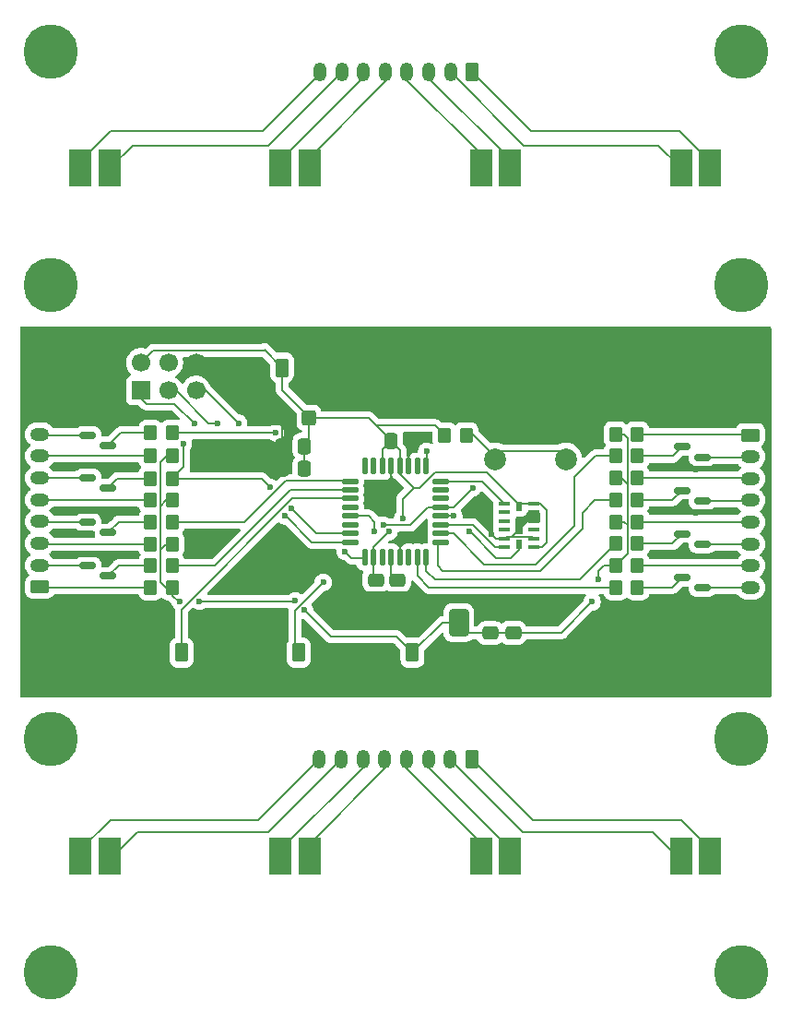
<source format=gbr>
%TF.GenerationSoftware,KiCad,Pcbnew,9.0.4*%
%TF.CreationDate,2025-11-21T11:06:10-05:00*%
%TF.ProjectId,merged_lights,6d657267-6564-45f6-9c69-676874732e6b,rev?*%
%TF.SameCoordinates,Original*%
%TF.FileFunction,Copper,L1,Top*%
%TF.FilePolarity,Positive*%
%FSLAX46Y46*%
G04 Gerber Fmt 4.6, Leading zero omitted, Abs format (unit mm)*
G04 Created by KiCad (PCBNEW 9.0.4) date 2025-11-21 11:06:10*
%MOMM*%
%LPD*%
G01*
G04 APERTURE LIST*
G04 Aperture macros list*
%AMRoundRect*
0 Rectangle with rounded corners*
0 $1 Rounding radius*
0 $2 $3 $4 $5 $6 $7 $8 $9 X,Y pos of 4 corners*
0 Add a 4 corners polygon primitive as box body*
4,1,4,$2,$3,$4,$5,$6,$7,$8,$9,$2,$3,0*
0 Add four circle primitives for the rounded corners*
1,1,$1+$1,$2,$3*
1,1,$1+$1,$4,$5*
1,1,$1+$1,$6,$7*
1,1,$1+$1,$8,$9*
0 Add four rect primitives between the rounded corners*
20,1,$1+$1,$2,$3,$4,$5,0*
20,1,$1+$1,$4,$5,$6,$7,0*
20,1,$1+$1,$6,$7,$8,$9,0*
20,1,$1+$1,$8,$9,$2,$3,0*%
G04 Aperture macros list end*
%TA.AperFunction,ComponentPad*%
%ADD10C,1.700000*%
%TD*%
%TA.AperFunction,ComponentPad*%
%ADD11R,1.700000X1.700000*%
%TD*%
%TA.AperFunction,SMDPad,CuDef*%
%ADD12RoundRect,0.250000X-0.475000X0.337500X-0.475000X-0.337500X0.475000X-0.337500X0.475000X0.337500X0*%
%TD*%
%TA.AperFunction,ComponentPad*%
%ADD13O,1.200000X1.750000*%
%TD*%
%TA.AperFunction,ComponentPad*%
%ADD14RoundRect,0.250000X0.350000X0.625000X-0.350000X0.625000X-0.350000X-0.625000X0.350000X-0.625000X0*%
%TD*%
%TA.AperFunction,SMDPad,CuDef*%
%ADD15RoundRect,0.250000X-0.650000X1.000000X-0.650000X-1.000000X0.650000X-1.000000X0.650000X1.000000X0*%
%TD*%
%TA.AperFunction,SMDPad,CuDef*%
%ADD16RoundRect,0.250000X0.350000X0.450000X-0.350000X0.450000X-0.350000X-0.450000X0.350000X-0.450000X0*%
%TD*%
%TA.AperFunction,SMDPad,CuDef*%
%ADD17RoundRect,0.250000X0.400000X0.450000X-0.400000X0.450000X-0.400000X-0.450000X0.400000X-0.450000X0*%
%TD*%
%TA.AperFunction,ComponentPad*%
%ADD18C,2.000000*%
%TD*%
%TA.AperFunction,SMDPad,CuDef*%
%ADD19RoundRect,0.250000X-0.350000X-0.450000X0.350000X-0.450000X0.350000X0.450000X-0.350000X0.450000X0*%
%TD*%
%TA.AperFunction,ComponentPad*%
%ADD20RoundRect,0.250000X-0.350000X-0.625000X0.350000X-0.625000X0.350000X0.625000X-0.350000X0.625000X0*%
%TD*%
%TA.AperFunction,ComponentPad*%
%ADD21RoundRect,0.250000X-0.625000X0.350000X-0.625000X-0.350000X0.625000X-0.350000X0.625000X0.350000X0*%
%TD*%
%TA.AperFunction,ComponentPad*%
%ADD22O,1.750000X1.200000*%
%TD*%
%TA.AperFunction,ComponentPad*%
%ADD23RoundRect,0.250000X0.625000X-0.350000X0.625000X0.350000X-0.625000X0.350000X-0.625000X-0.350000X0*%
%TD*%
%TA.AperFunction,SMDPad,CuDef*%
%ADD24RoundRect,0.150000X-0.587500X-0.150000X0.587500X-0.150000X0.587500X0.150000X-0.587500X0.150000X0*%
%TD*%
%TA.AperFunction,SMDPad,CuDef*%
%ADD25RoundRect,0.150000X0.587500X0.150000X-0.587500X0.150000X-0.587500X-0.150000X0.587500X-0.150000X0*%
%TD*%
%TA.AperFunction,SMDPad,CuDef*%
%ADD26R,1.112999X0.450000*%
%TD*%
%TA.AperFunction,SMDPad,CuDef*%
%ADD27R,0.500000X0.813000*%
%TD*%
%TA.AperFunction,SMDPad,CuDef*%
%ADD28RoundRect,0.250000X0.337500X0.475000X-0.337500X0.475000X-0.337500X-0.475000X0.337500X-0.475000X0*%
%TD*%
%TA.AperFunction,SMDPad,CuDef*%
%ADD29RoundRect,0.137500X-0.137500X0.600000X-0.137500X-0.600000X0.137500X-0.600000X0.137500X0.600000X0*%
%TD*%
%TA.AperFunction,SMDPad,CuDef*%
%ADD30RoundRect,0.137500X-0.600000X0.137500X-0.600000X-0.137500X0.600000X-0.137500X0.600000X0.137500X0*%
%TD*%
%TA.AperFunction,SMDPad,CuDef*%
%ADD31RoundRect,0.250000X-0.337500X-0.475000X0.337500X-0.475000X0.337500X0.475000X-0.337500X0.475000X0*%
%TD*%
%TA.AperFunction,ComponentPad*%
%ADD32C,0.800000*%
%TD*%
%TA.AperFunction,ComponentPad*%
%ADD33C,5.000000*%
%TD*%
%TA.AperFunction,SMDPad,CuDef*%
%ADD34R,2.100000X3.400000*%
%TD*%
%TA.AperFunction,ViaPad*%
%ADD35C,0.600000*%
%TD*%
%TA.AperFunction,Conductor*%
%ADD36C,0.200000*%
%TD*%
G04 APERTURE END LIST*
D10*
%TO.P,J3,6,GND*%
%TO.N,GND*%
X28790000Y-44050000D03*
%TO.P,J3,5,~{RST}*%
%TO.N,/RESET*%
X28790000Y-46590000D03*
%TO.P,J3,4,MOSI*%
%TO.N,/TLED3*%
X26250000Y-44050000D03*
%TO.P,J3,3,SCK*%
%TO.N,Net-(J3-SCK)*%
X26250000Y-46590000D03*
%TO.P,J3,2,VCC*%
%TO.N,+3.3V*%
X23710000Y-44050000D03*
D11*
%TO.P,J3,1,MISO*%
%TO.N,Net-(J3-MISO)*%
X23710000Y-46590000D03*
%TD*%
D12*
%TO.P,C9,2*%
%TO.N,GND*%
X57900000Y-70900000D03*
%TO.P,C9,1*%
%TO.N,+12V*%
X57900000Y-68825000D03*
%TD*%
D13*
%TO.P,J6,2,Pin_2*%
%TO.N,GND*%
X46650000Y-70650000D03*
D14*
%TO.P,J6,1,Pin_1*%
%TO.N,+12V*%
X48650000Y-70650000D03*
%TD*%
D15*
%TO.P,D10,2,A2*%
%TO.N,GND*%
X52900000Y-71900000D03*
%TO.P,D10,1,A1*%
%TO.N,+12V*%
X52900000Y-67900000D03*
%TD*%
D13*
%TO.P,J4,2,Pin_2*%
%TO.N,GND*%
X25450000Y-70650000D03*
D14*
%TO.P,J4,1,Pin_1*%
%TO.N,/Button1*%
X27450000Y-70650000D03*
%TD*%
D12*
%TO.P,C8,2*%
%TO.N,GND*%
X55795858Y-70942941D03*
%TO.P,C8,1*%
%TO.N,+12V*%
X55795858Y-68867941D03*
%TD*%
D16*
%TO.P,R15,2*%
%TO.N,Net-(Q7-G)*%
X24600000Y-54681965D03*
%TO.P,R15,1*%
%TO.N,/TLED3*%
X26600000Y-54681965D03*
%TD*%
D17*
%TO.P,D9,2,A2*%
%TO.N,GND*%
X36250000Y-49100000D03*
%TO.P,D9,1,A1*%
%TO.N,+3.3V*%
X39150000Y-49100000D03*
%TD*%
D18*
%TO.P,SW1,2,2*%
%TO.N,GND*%
X56250000Y-48400000D03*
X62750000Y-48400000D03*
%TO.P,SW1,1,1*%
%TO.N,/RESET*%
X56250000Y-52900000D03*
X62750000Y-52900000D03*
%TD*%
D13*
%TO.P,J5,2,Pin_2*%
%TO.N,GND*%
X36200000Y-70650000D03*
D14*
%TO.P,J5,1,Pin_1*%
%TO.N,/Button2*%
X38200000Y-70650000D03*
%TD*%
D19*
%TO.P,R1,1*%
%TO.N,+12V*%
X67300000Y-50617354D03*
%TO.P,R1,2*%
%TO.N,/HLED1.1*%
X69300000Y-50617354D03*
%TD*%
D16*
%TO.P,R16,1*%
%TO.N,/TLED4*%
X26600000Y-50481965D03*
%TO.P,R16,2*%
%TO.N,Net-(Q8-G)*%
X24600000Y-50481965D03*
%TD*%
D20*
%TO.P,J8,1,Pin_1*%
%TO.N,+3.3V*%
X36700000Y-44500000D03*
D13*
%TO.P,J8,2,Pin_2*%
%TO.N,GND*%
X38700000Y-44500000D03*
%TD*%
D21*
%TO.P,J2,1,Pin_1*%
%TO.N,/HLED1.1*%
X79687236Y-50679556D03*
D22*
%TO.P,J2,2,Pin_2*%
%TO.N,/HLED1.2*%
X79687236Y-52679556D03*
%TO.P,J2,3,Pin_3*%
%TO.N,/HLED2.1*%
X79687236Y-54679556D03*
%TO.P,J2,4,Pin_4*%
%TO.N,/HLED2.2*%
X79687236Y-56679556D03*
%TO.P,J2,5,Pin_5*%
%TO.N,/HLED3.1*%
X79687236Y-58679556D03*
%TO.P,J2,6,Pin_6*%
%TO.N,/HLED3.2*%
X79687236Y-60679556D03*
%TO.P,J2,7,Pin_7*%
%TO.N,/HLED4.1*%
X79687236Y-62679556D03*
%TO.P,J2,8,Pin_8*%
%TO.N,/HLED4.2*%
X79687236Y-64679556D03*
%TD*%
D23*
%TO.P,J9,1,Pin_1*%
%TO.N,/TLED1.1*%
X14435389Y-64617354D03*
D22*
%TO.P,J9,2,Pin_2*%
%TO.N,/TLED1.2*%
X14435389Y-62617354D03*
%TO.P,J9,3,Pin_3*%
%TO.N,/TLED2.1*%
X14435389Y-60617354D03*
%TO.P,J9,4,Pin_4*%
%TO.N,/TLED2.2*%
X14435389Y-58617354D03*
%TO.P,J9,5,Pin_5*%
%TO.N,/TLED3.1*%
X14435389Y-56617354D03*
%TO.P,J9,6,Pin_6*%
%TO.N,/TLED3.2*%
X14435389Y-54617354D03*
%TO.P,J9,7,Pin_7*%
%TO.N,/TLED4.1*%
X14435389Y-52617354D03*
%TO.P,J9,8,Pin_8*%
%TO.N,/TLED4.2*%
X14435389Y-50617354D03*
%TD*%
D16*
%TO.P,R17,1*%
%TO.N,/RESET*%
X53600000Y-50700000D03*
%TO.P,R17,2*%
%TO.N,+3.3V*%
X51600000Y-50700000D03*
%TD*%
D24*
%TO.P,Q2,1,G*%
%TO.N,Net-(Q2-G)*%
X73400000Y-55767354D03*
%TO.P,Q2,2,S*%
%TO.N,GND*%
X73400000Y-57667354D03*
%TO.P,Q2,3,D*%
%TO.N,/HLED2.2*%
X75275000Y-56717354D03*
%TD*%
D25*
%TO.P,Q8,1,G*%
%TO.N,Net-(Q8-G)*%
X20711587Y-51631965D03*
%TO.P,Q8,2,S*%
%TO.N,GND*%
X20711587Y-49731965D03*
%TO.P,Q8,3,D*%
%TO.N,/TLED4.2*%
X18836587Y-50681965D03*
%TD*%
D24*
%TO.P,Q1,1,G*%
%TO.N,Net-(Q1-G)*%
X73400000Y-51767354D03*
%TO.P,Q1,2,S*%
%TO.N,GND*%
X73400000Y-53667354D03*
%TO.P,Q1,3,D*%
%TO.N,/HLED1.2*%
X75275000Y-52717354D03*
%TD*%
D19*
%TO.P,R4,1*%
%TO.N,+12V*%
X67300000Y-62656529D03*
%TO.P,R4,2*%
%TO.N,/HLED4.1*%
X69300000Y-62656529D03*
%TD*%
D26*
%TO.P,U2,1,VDD_I/O*%
%TO.N,+3.3V*%
X59818499Y-60981503D03*
%TO.P,U2,2,GND*%
%TO.N,GND*%
X59818499Y-60181502D03*
%TO.P,U2,3,RESERVED*%
%TO.N,unconnected-(U2-RESERVED-Pad3)*%
X59818499Y-59381501D03*
%TO.P,U2,4,GND*%
%TO.N,GND*%
X59818499Y-58581503D03*
%TO.P,U2,5,GND*%
X59818499Y-57781502D03*
%TO.P,U2,6,VS*%
%TO.N,+3.3V*%
X59818499Y-56981503D03*
D27*
%TO.P,U2,7,\u002ACS*%
X58450000Y-57263004D03*
D26*
%TO.P,U2,8,INT1*%
%TO.N,/INT*%
X57081501Y-56981501D03*
%TO.P,U2,9,INT2*%
%TO.N,unconnected-(U2-INT2-Pad9)*%
X57081501Y-57781502D03*
%TO.P,U2,10,NC*%
%TO.N,unconnected-(U2-NC-Pad10)*%
X57081501Y-58581503D03*
%TO.P,U2,11,RESERVED*%
%TO.N,unconnected-(U2-RESERVED-Pad11)*%
X57081501Y-59381501D03*
%TO.P,U2,12,SDO/ALT_ADDRESS*%
%TO.N,GND*%
X57081501Y-60181502D03*
%TO.P,U2,13,SDA/SDI/SDIO*%
%TO.N,/SDA*%
X57081501Y-60981501D03*
D27*
%TO.P,U2,14,SCL/SCLK*%
%TO.N,/SCL*%
X58450000Y-60700000D03*
%TD*%
D24*
%TO.P,Q4,1,G*%
%TO.N,Net-(Q4-G)*%
X73400000Y-63767354D03*
%TO.P,Q4,2,S*%
%TO.N,GND*%
X73400000Y-65667354D03*
%TO.P,Q4,3,D*%
%TO.N,/HLED4.2*%
X75275000Y-64717354D03*
%TD*%
D12*
%TO.P,C5,1*%
%TO.N,Net-(U1-AREF)*%
X47300000Y-63979854D03*
%TO.P,C5,2*%
%TO.N,GND*%
X47300000Y-66054854D03*
%TD*%
D25*
%TO.P,Q5,1,G*%
%TO.N,Net-(Q5-G)*%
X20711587Y-63631965D03*
%TO.P,Q5,2,S*%
%TO.N,GND*%
X20711587Y-61731965D03*
%TO.P,Q5,3,D*%
%TO.N,/TLED1.2*%
X18836587Y-62681965D03*
%TD*%
D19*
%TO.P,R2,1*%
%TO.N,+12V*%
X67300000Y-54630412D03*
%TO.P,R2,2*%
%TO.N,/HLED2.1*%
X69300000Y-54630412D03*
%TD*%
D16*
%TO.P,R13,1*%
%TO.N,/TLED1*%
X26600000Y-62681965D03*
%TO.P,R13,2*%
%TO.N,Net-(Q5-G)*%
X24600000Y-62681965D03*
%TD*%
D25*
%TO.P,Q6,1,G*%
%TO.N,Net-(Q6-G)*%
X20711587Y-59631965D03*
%TO.P,Q6,2,S*%
%TO.N,GND*%
X20711587Y-57731965D03*
%TO.P,Q6,3,D*%
%TO.N,/TLED2.2*%
X18836587Y-58681965D03*
%TD*%
D19*
%TO.P,R7,1*%
%TO.N,/HLED3*%
X67300000Y-60650000D03*
%TO.P,R7,2*%
%TO.N,Net-(Q3-G)*%
X69300000Y-60650000D03*
%TD*%
D16*
%TO.P,R10,1*%
%TO.N,+12V*%
X26600000Y-60681965D03*
%TO.P,R10,2*%
%TO.N,/TLED2.1*%
X24600000Y-60681965D03*
%TD*%
D28*
%TO.P,C11,1*%
%TO.N,+3.3V*%
X38737500Y-53743864D03*
%TO.P,C11,2*%
%TO.N,GND*%
X36662500Y-53743864D03*
%TD*%
D24*
%TO.P,Q3,1,G*%
%TO.N,Net-(Q3-G)*%
X73400000Y-59767354D03*
%TO.P,Q3,2,S*%
%TO.N,GND*%
X73400000Y-61667354D03*
%TO.P,Q3,3,D*%
%TO.N,/HLED3.2*%
X75275000Y-60717354D03*
%TD*%
D16*
%TO.P,R9,1*%
%TO.N,+12V*%
X26600000Y-64681965D03*
%TO.P,R9,2*%
%TO.N,/TLED1.1*%
X24600000Y-64681965D03*
%TD*%
D19*
%TO.P,R8,1*%
%TO.N,/HLED4*%
X67314021Y-64663058D03*
%TO.P,R8,2*%
%TO.N,Net-(Q4-G)*%
X69314021Y-64663058D03*
%TD*%
D29*
%TO.P,U1,1,PD3*%
%TO.N,/TLED4*%
X49900000Y-53554854D03*
%TO.P,U1,2,PD4*%
%TO.N,unconnected-(U1-PD4-Pad2)*%
X49100000Y-53554854D03*
%TO.P,U1,3,GND*%
%TO.N,GND*%
X48300000Y-53554854D03*
%TO.P,U1,4,VCC*%
%TO.N,+3.3V*%
X47500000Y-53554854D03*
%TO.P,U1,5,GND*%
%TO.N,GND*%
X46700000Y-53554854D03*
%TO.P,U1,6,VCC*%
%TO.N,+3.3V*%
X45900000Y-53554854D03*
%TO.P,U1,7,XTAL1/PB6*%
%TO.N,unconnected-(U1-XTAL1{slash}PB6-Pad7)*%
X45100000Y-53554854D03*
%TO.P,U1,8,XTAL2/PB7*%
%TO.N,unconnected-(U1-XTAL2{slash}PB7-Pad8)*%
X44300000Y-53554854D03*
D30*
%TO.P,U1,9,PD5*%
%TO.N,/TLED2*%
X42937500Y-54917354D03*
%TO.P,U1,10,PD6*%
%TO.N,/TLED1*%
X42937500Y-55717354D03*
%TO.P,U1,11,PD7*%
%TO.N,/Button1*%
X42937500Y-56517354D03*
%TO.P,U1,12,PB0*%
%TO.N,unconnected-(U1-PB0-Pad12)*%
X42937500Y-57317354D03*
%TO.P,U1,13,PB1*%
%TO.N,/Button2*%
X42937500Y-58117354D03*
%TO.P,U1,14,PB2*%
%TO.N,unconnected-(U1-PB2-Pad14)*%
X42937500Y-58917354D03*
%TO.P,U1,15,PB3*%
%TO.N,/TLED3*%
X42937500Y-59717354D03*
%TO.P,U1,16,PB4*%
%TO.N,Net-(J3-MISO)*%
X42937500Y-60517354D03*
D29*
%TO.P,U1,17,PB5*%
%TO.N,Net-(J3-SCK)*%
X44300000Y-61879854D03*
%TO.P,U1,18,AVCC*%
%TO.N,+3.3V*%
X45100000Y-61879854D03*
%TO.P,U1,19,ADC6*%
%TO.N,unconnected-(U1-ADC6-Pad19)*%
X45900000Y-61879854D03*
%TO.P,U1,20,AREF*%
%TO.N,Net-(U1-AREF)*%
X46700000Y-61879854D03*
%TO.P,U1,21,GND*%
%TO.N,GND*%
X47500000Y-61879854D03*
%TO.P,U1,22,ADC7*%
%TO.N,unconnected-(U1-ADC7-Pad22)*%
X48300000Y-61879854D03*
%TO.P,U1,23,PC0*%
%TO.N,/HLED4*%
X49100000Y-61879854D03*
%TO.P,U1,24,PC1*%
%TO.N,/HLED3*%
X49900000Y-61879854D03*
D30*
%TO.P,U1,25,PC2*%
%TO.N,/HLED2*%
X51262500Y-60517354D03*
%TO.P,U1,26,PC3*%
%TO.N,/HLED1*%
X51262500Y-59717354D03*
%TO.P,U1,27,PC4*%
%TO.N,/SDA*%
X51262500Y-58917354D03*
%TO.P,U1,28,PC5*%
%TO.N,/SCL*%
X51262500Y-58117354D03*
%TO.P,U1,29,~{RESET}/PC6*%
%TO.N,/RESET*%
X51262500Y-57317354D03*
%TO.P,U1,30,PD0*%
%TO.N,unconnected-(U1-PD0-Pad30)*%
X51262500Y-56517354D03*
%TO.P,U1,31,PD1*%
%TO.N,unconnected-(U1-PD1-Pad31)*%
X51262500Y-55717354D03*
%TO.P,U1,32,PD2*%
%TO.N,/INT*%
X51262500Y-54917354D03*
%TD*%
D19*
%TO.P,R3,1*%
%TO.N,+12V*%
X67300000Y-58643471D03*
%TO.P,R3,2*%
%TO.N,/HLED3.1*%
X69300000Y-58643471D03*
%TD*%
D31*
%TO.P,C1,1*%
%TO.N,+3.3V*%
X46662500Y-51200000D03*
%TO.P,C1,2*%
%TO.N,GND*%
X48737500Y-51200000D03*
%TD*%
D16*
%TO.P,R14,1*%
%TO.N,/TLED2*%
X26600000Y-58681965D03*
%TO.P,R14,2*%
%TO.N,Net-(Q6-G)*%
X24600000Y-58681965D03*
%TD*%
D28*
%TO.P,C12,1*%
%TO.N,+3.3V*%
X38737500Y-51700000D03*
%TO.P,C12,2*%
%TO.N,GND*%
X36662500Y-51700000D03*
%TD*%
D19*
%TO.P,R6,1*%
%TO.N,/HLED2*%
X67300000Y-56636941D03*
%TO.P,R6,2*%
%TO.N,Net-(Q2-G)*%
X69300000Y-56636941D03*
%TD*%
D25*
%TO.P,Q7,1,G*%
%TO.N,Net-(Q7-G)*%
X20711587Y-55531965D03*
%TO.P,Q7,2,S*%
%TO.N,GND*%
X20711587Y-53631965D03*
%TO.P,Q7,3,D*%
%TO.N,/TLED3.2*%
X18836587Y-54581965D03*
%TD*%
D16*
%TO.P,R12,1*%
%TO.N,+12V*%
X26600000Y-52581965D03*
%TO.P,R12,2*%
%TO.N,/TLED4.1*%
X24600000Y-52581965D03*
%TD*%
D12*
%TO.P,C2,1*%
%TO.N,+3.3V*%
X45300000Y-63979854D03*
%TO.P,C2,2*%
%TO.N,GND*%
X45300000Y-66054854D03*
%TD*%
D32*
%TO.P,H1,1,1*%
%TO.N,GND*%
X76925000Y-43550000D03*
X77474175Y-42224175D03*
X77474175Y-44875825D03*
X78800000Y-41675000D03*
D33*
X78800000Y-43550000D03*
D32*
X78800000Y-45425000D03*
X80125825Y-42224175D03*
X80125825Y-44875825D03*
X80675000Y-43550000D03*
%TD*%
%TO.P,H2,1,1*%
%TO.N,GND*%
X13525000Y-43550000D03*
X14074175Y-42224175D03*
X14074175Y-44875825D03*
X15400000Y-41675000D03*
D33*
X15400000Y-43550000D03*
D32*
X15400000Y-45425000D03*
X16725825Y-42224175D03*
X16725825Y-44875825D03*
X17275000Y-43550000D03*
%TD*%
D16*
%TO.P,R11,1*%
%TO.N,+12V*%
X26600000Y-56681965D03*
%TO.P,R11,2*%
%TO.N,/TLED3.1*%
X24600000Y-56681965D03*
%TD*%
D19*
%TO.P,R5,1*%
%TO.N,/HLED1*%
X67300000Y-52623883D03*
%TO.P,R5,2*%
%TO.N,Net-(Q1-G)*%
X69300000Y-52623883D03*
%TD*%
D32*
%TO.P,H4,1,1*%
%TO.N,GND*%
X76925000Y-71950000D03*
X77474175Y-70624175D03*
X77474175Y-73275825D03*
X78800000Y-70075000D03*
D33*
X78800000Y-71950000D03*
D32*
X78800000Y-73825000D03*
X80125825Y-70624175D03*
X80125825Y-73275825D03*
X80675000Y-71950000D03*
%TD*%
%TO.P,H3,1,1*%
%TO.N,GND*%
X13525000Y-71950000D03*
X14074175Y-70624175D03*
X14074175Y-73275825D03*
X15400000Y-70075000D03*
D33*
X15400000Y-71950000D03*
D32*
X15400000Y-73825000D03*
X16725825Y-70624175D03*
X16725825Y-73275825D03*
X17275000Y-71950000D03*
%TD*%
D34*
%TO.P,D2,2,A*%
%TO.N,/HLB2.1*%
X57575000Y-89300000D03*
%TO.P,D2,1,K*%
%TO.N,/HLB2.2*%
X54925000Y-89300000D03*
%TD*%
%TO.P,D3,2,A*%
%TO.N,/HLB3.1*%
X39200000Y-89300000D03*
%TO.P,D3,1,K*%
%TO.N,/HLB3.2*%
X36550000Y-89300000D03*
%TD*%
D13*
%TO.P,J1,8,Pin_8*%
%TO.N,/HLB4.2*%
X40100000Y-80400000D03*
%TO.P,J1,7,Pin_7*%
%TO.N,/HLB4.1*%
X42100000Y-80400000D03*
%TO.P,J1,6,Pin_6*%
%TO.N,/HLB3.2*%
X44100000Y-80400000D03*
%TO.P,J1,5,Pin_5*%
%TO.N,/HLB3.1*%
X46100000Y-80400000D03*
%TO.P,J1,4,Pin_4*%
%TO.N,/HLB2.2*%
X48100000Y-80400000D03*
%TO.P,J1,3,Pin_3*%
%TO.N,/HLB2.1*%
X50100000Y-80400000D03*
%TO.P,J1,2,Pin_2*%
%TO.N,/HLB1.2*%
X52100000Y-80400000D03*
D14*
%TO.P,J1,1,Pin_1*%
%TO.N,/HLB1.1*%
X54100000Y-80400000D03*
%TD*%
D34*
%TO.P,D1,2,A*%
%TO.N,/HLB1.1*%
X75950000Y-89300000D03*
%TO.P,D1,1,K*%
%TO.N,/HLB1.2*%
X73300000Y-89300000D03*
%TD*%
%TO.P,D4,2,A*%
%TO.N,/HLB4.1*%
X20825000Y-89300000D03*
%TO.P,D4,1,K*%
%TO.N,/HLB4.2*%
X18175000Y-89300000D03*
%TD*%
D33*
%TO.P,H7,1,1*%
%TO.N,unconnected-(H7-Pad1)*%
X78800000Y-78600000D03*
%TD*%
%TO.P,H11,1,1*%
%TO.N,unconnected-(H11-Pad1)*%
X78800000Y-100000000D03*
%TD*%
%TO.P,H6,1,1*%
%TO.N,unconnected-(H6-Pad1)*%
X15400000Y-100000000D03*
%TD*%
%TO.P,H5,1,1*%
%TO.N,unconnected-(H5-Pad1)*%
X15400000Y-78600000D03*
%TD*%
%TO.P,H12,1,1*%
%TO.N,unconnected-(H12-Pad1)*%
X78800000Y-36900000D03*
%TD*%
%TO.P,H10,1,1*%
%TO.N,unconnected-(H10-Pad1)*%
X15400000Y-36900000D03*
%TD*%
%TO.P,H9,1,1*%
%TO.N,unconnected-(H9-Pad1)*%
X78800000Y-15500000D03*
%TD*%
%TO.P,H8,1,1*%
%TO.N,unconnected-(H8-Pad1)*%
X15400000Y-15500000D03*
%TD*%
D34*
%TO.P,D5,1,K*%
%TO.N,/TLB1.2*%
X73300000Y-26200000D03*
%TO.P,D5,2,A*%
%TO.N,/TLB1.1*%
X75950000Y-26200000D03*
%TD*%
%TO.P,D6,1,K*%
%TO.N,/TLB2.2*%
X54925000Y-26200000D03*
%TO.P,D6,2,A*%
%TO.N,/TLB2.1*%
X57575000Y-26200000D03*
%TD*%
%TO.P,D7,1,K*%
%TO.N,/TLB3.2*%
X36550000Y-26200000D03*
%TO.P,D7,2,A*%
%TO.N,/TLB3.1*%
X39200000Y-26200000D03*
%TD*%
%TO.P,D8,1,K*%
%TO.N,/TLB4.2*%
X18175000Y-26200000D03*
%TO.P,D8,2,A*%
%TO.N,/TLB4.1*%
X20825000Y-26200000D03*
%TD*%
D14*
%TO.P,J7,1,Pin_1*%
%TO.N,/TLB1.1*%
X54150000Y-17400000D03*
D13*
%TO.P,J7,2,Pin_2*%
%TO.N,/TLB1.2*%
X52150000Y-17400000D03*
%TO.P,J7,3,Pin_3*%
%TO.N,/TLB2.1*%
X50150000Y-17400000D03*
%TO.P,J7,4,Pin_4*%
%TO.N,/TLB2.2*%
X48150000Y-17400000D03*
%TO.P,J7,5,Pin_5*%
%TO.N,/TLB3.1*%
X46150000Y-17400000D03*
%TO.P,J7,6,Pin_6*%
%TO.N,/TLB3.2*%
X44150000Y-17400000D03*
%TO.P,J7,7,Pin_7*%
%TO.N,/TLB4.1*%
X42150000Y-17400000D03*
%TO.P,J7,8,Pin_8*%
%TO.N,/TLB4.2*%
X40150000Y-17400000D03*
%TD*%
D35*
%TO.N,GND*%
X50050000Y-50800000D03*
%TO.N,/TLED3*%
X27600000Y-51500000D03*
%TO.N,Net-(J3-SCK)*%
X30735000Y-49615000D03*
%TO.N,Net-(J3-MISO)*%
X36950000Y-58100000D03*
X28600000Y-49600000D03*
%TO.N,/RESET*%
X32700000Y-49600000D03*
%TO.N,/TLED4*%
X36062500Y-50475000D03*
%TO.N,/TLED3*%
X37549265Y-57449265D03*
X35575735Y-55475735D03*
%TO.N,/Button2*%
X40450000Y-64200000D03*
%TO.N,/TLED4*%
X49950000Y-52200000D03*
%TO.N,GND*%
X74700000Y-61850000D03*
X46700000Y-54950000D03*
%TO.N,+12V*%
X65150000Y-66000000D03*
%TO.N,GND*%
X37700000Y-46250000D03*
%TO.N,/Button2*%
X45134313Y-59550000D03*
%TO.N,+3.3V*%
X46500000Y-59550000D03*
%TO.N,GND*%
X47700000Y-60450000D03*
%TO.N,+12V*%
X37900735Y-65900735D03*
X27300000Y-65950000D03*
%TO.N,/SCL*%
X53900735Y-59517354D03*
%TO.N,GND*%
X36450000Y-47750000D03*
%TO.N,/SCL*%
X52450000Y-58117354D03*
%TO.N,GND*%
X55874265Y-59775735D03*
%TO.N,/RESET*%
X45950000Y-58950000D03*
X54200000Y-55517354D03*
%TO.N,+12V*%
X65700000Y-63950000D03*
%TO.N,+3.3V*%
X47750000Y-58350000D03*
%TO.N,+12V*%
X29100000Y-65950000D03*
X38749265Y-66749265D03*
%TO.N,GND*%
X19400000Y-53450000D03*
X46300000Y-66054854D03*
X74700000Y-65850000D03*
X19400000Y-49550000D03*
X74700000Y-57850000D03*
X19400000Y-57550000D03*
%TO.N,Net-(J3-SCK)*%
X42450735Y-61350735D03*
%TO.N,GND*%
X16550000Y-59700000D03*
X48050000Y-41700000D03*
X21050000Y-41700000D03*
X66050000Y-41700000D03*
X21050000Y-68700000D03*
X21050000Y-46200000D03*
X21050000Y-73200000D03*
X25550000Y-41700000D03*
X25550000Y-68700000D03*
X30050000Y-41700000D03*
X30050000Y-59700000D03*
X30050000Y-68700000D03*
X30050000Y-73200000D03*
X34550000Y-41700000D03*
X34550000Y-45750000D03*
X70550000Y-41700000D03*
X34550000Y-68700000D03*
X43550000Y-41700000D03*
X43550000Y-73200000D03*
X75050000Y-68700000D03*
X52550000Y-41700000D03*
X57050000Y-41700000D03*
X57050000Y-73200000D03*
X61550000Y-41700000D03*
X75050000Y-41700000D03*
X75050000Y-73200000D03*
X19400000Y-61550000D03*
X74700000Y-53850000D03*
X48050000Y-73200000D03*
%TD*%
D36*
%TO.N,GND*%
X45300000Y-66054854D02*
X46300000Y-66054854D01*
%TO.N,+12V*%
X26618035Y-64700000D02*
X26600000Y-64681965D01*
X26618035Y-65412481D02*
X26618035Y-64700000D01*
X27155554Y-65950000D02*
X26618035Y-65412481D01*
X27300000Y-65950000D02*
X27155554Y-65950000D01*
X37851470Y-65950000D02*
X37900735Y-65900735D01*
X29100000Y-65950000D02*
X37851470Y-65950000D01*
X62325000Y-68825000D02*
X57900000Y-68825000D01*
X65150000Y-66000000D02*
X62325000Y-68825000D01*
%TO.N,Net-(J3-SCK)*%
X26900000Y-46600000D02*
X26900000Y-46590000D01*
X29915000Y-49615000D02*
X26900000Y-46600000D01*
X30735000Y-49615000D02*
X29915000Y-49615000D01*
%TO.N,Net-(J3-MISO)*%
X23710000Y-47310000D02*
X23710000Y-46590000D01*
X26800000Y-47800000D02*
X24200000Y-47800000D01*
X28600000Y-49600000D02*
X26800000Y-47800000D01*
X24200000Y-47800000D02*
X23710000Y-47310000D01*
%TO.N,+3.3V*%
X34999000Y-42899000D02*
X24861000Y-42899000D01*
X35049000Y-42849000D02*
X34999000Y-42899000D01*
X24861000Y-42899000D02*
X23710000Y-44050000D01*
X36700000Y-44500000D02*
X35049000Y-42849000D01*
%TO.N,/TLED3*%
X27650000Y-51650000D02*
X27650000Y-53631965D01*
X27600000Y-51600000D02*
X27650000Y-51650000D01*
X27600000Y-51500000D02*
X27600000Y-51600000D01*
X27650000Y-53631965D02*
X26600000Y-54681965D01*
%TO.N,/RESET*%
X29690000Y-46590000D02*
X29440000Y-46590000D01*
X32700000Y-49600000D02*
X29690000Y-46590000D01*
%TO.N,+12V*%
X48650000Y-70650000D02*
X47200000Y-69200000D01*
X47200000Y-69200000D02*
X41200000Y-69200000D01*
X57900000Y-68825000D02*
X55838799Y-68825000D01*
X53867941Y-68867941D02*
X55795858Y-68867941D01*
X52900000Y-67900000D02*
X53867941Y-68867941D01*
%TO.N,GND*%
X55795858Y-70942941D02*
X53857059Y-70942941D01*
%TO.N,+12V*%
X55838799Y-68825000D02*
X55795858Y-68867941D01*
%TO.N,GND*%
X55838799Y-70900000D02*
X55795858Y-70942941D01*
X57900000Y-70900000D02*
X55838799Y-70900000D01*
X53857059Y-70942941D02*
X52900000Y-71900000D01*
%TO.N,+12V*%
X51400000Y-67900000D02*
X52900000Y-67900000D01*
X48650000Y-70650000D02*
X51400000Y-67900000D01*
%TO.N,/Button1*%
X37632646Y-56517354D02*
X42937500Y-56517354D01*
X27450000Y-66700000D02*
X37632646Y-56517354D01*
X27450000Y-70650000D02*
X27450000Y-66700000D01*
%TO.N,/Button2*%
X37850000Y-66800000D02*
X40450000Y-64200000D01*
X37850000Y-70300000D02*
X37850000Y-66800000D01*
%TO.N,+12V*%
X41200000Y-69200000D02*
X38749265Y-66749265D01*
%TO.N,GND*%
X49650000Y-51200000D02*
X50050000Y-50800000D01*
X48737500Y-51200000D02*
X49650000Y-51200000D01*
%TO.N,Net-(J3-MISO)*%
X37000000Y-58100000D02*
X39417354Y-60517354D01*
X39417354Y-60517354D02*
X42937500Y-60517354D01*
X36950000Y-58100000D02*
X37000000Y-58100000D01*
X42699678Y-60749735D02*
X42702399Y-60752455D01*
%TO.N,Net-(J3-SCK)*%
X42450735Y-61350735D02*
X43050000Y-61950000D01*
X43050000Y-61950000D02*
X44229854Y-61950000D01*
X44229854Y-61950000D02*
X44300000Y-61879854D01*
%TO.N,/TLED4*%
X34418035Y-50481965D02*
X26600000Y-50481965D01*
X34425000Y-50475000D02*
X34418035Y-50481965D01*
X36062500Y-50475000D02*
X34425000Y-50475000D01*
%TO.N,/RESET*%
X56250000Y-53050000D02*
X56250000Y-52700000D01*
X56250000Y-52700000D02*
X55750000Y-52200000D01*
X54050000Y-50500000D02*
X53600000Y-50500000D01*
X55750000Y-52200000D02*
X54050000Y-50500000D01*
X62700000Y-52200000D02*
X55750000Y-52200000D01*
%TO.N,+3.3V*%
X50700000Y-49800000D02*
X51600000Y-50700000D01*
X45300000Y-49800000D02*
X50700000Y-49800000D01*
X45300000Y-49800000D02*
X44950000Y-49450000D01*
X39600000Y-49100000D02*
X39150000Y-49550000D01*
X44600000Y-49100000D02*
X39600000Y-49100000D01*
X44950000Y-49450000D02*
X44600000Y-49100000D01*
X39150000Y-51287500D02*
X38737500Y-51700000D01*
X39150000Y-49550000D02*
X39150000Y-51287500D01*
%TO.N,/TLED3*%
X39817354Y-59717354D02*
X42937500Y-59717354D01*
X37549265Y-57449265D02*
X39817354Y-59717354D01*
X34781965Y-54681965D02*
X26600000Y-54681965D01*
X35575735Y-55475735D02*
X34781965Y-54681965D01*
%TO.N,/HLED3*%
X67300000Y-60650000D02*
X64000000Y-63950000D01*
%TO.N,GND*%
X45300000Y-66054854D02*
X47300000Y-66054854D01*
%TO.N,/TLED1.2*%
X18836587Y-62681965D02*
X14500000Y-62681965D01*
%TO.N,+3.3V*%
X55446748Y-54103252D02*
X58450000Y-57106504D01*
%TO.N,Net-(Q2-G)*%
X69300000Y-56636941D02*
X72530413Y-56636941D01*
%TO.N,/TLED2.1*%
X14500000Y-60681965D02*
X14435389Y-60617354D01*
%TO.N,+3.3V*%
X39150000Y-49450000D02*
X39150000Y-49550000D01*
%TO.N,GND*%
X59160997Y-58581503D02*
X57750000Y-59992500D01*
%TO.N,/HLED1.1*%
X79625034Y-50617354D02*
X79687236Y-50679556D01*
%TO.N,+3.3V*%
X58324999Y-56981503D02*
X59818499Y-56981503D01*
%TO.N,/Button2*%
X38200000Y-70450000D02*
X37850000Y-70100000D01*
%TO.N,/HLED3*%
X64000000Y-63950000D02*
X50700000Y-63950000D01*
%TO.N,+12V*%
X68066354Y-50617354D02*
X68399000Y-50950000D01*
%TO.N,GND*%
X46700000Y-53554854D02*
X46700000Y-54116298D01*
%TO.N,/HLED1.2*%
X79649438Y-52717354D02*
X79687236Y-52679556D01*
%TO.N,/HLED1*%
X60000000Y-62550000D02*
X63500000Y-59050000D01*
%TO.N,/HLED3*%
X50700000Y-63950000D02*
X49900000Y-63150000D01*
%TO.N,GND*%
X74517354Y-57667354D02*
X74700000Y-57850000D01*
%TO.N,/SCL*%
X51262500Y-58117354D02*
X52450000Y-58117354D01*
%TO.N,Net-(Q4-G)*%
X72504296Y-64663058D02*
X73400000Y-63767354D01*
%TO.N,/RESET*%
X52400000Y-57317354D02*
X54200000Y-55517354D01*
%TO.N,/HLED2*%
X51262500Y-60517354D02*
X50950000Y-60829854D01*
%TO.N,/TLED1.1*%
X14500000Y-64681965D02*
X14435389Y-64617354D01*
%TO.N,GND*%
X57750000Y-59992500D02*
X57270503Y-59992500D01*
%TO.N,/SCL*%
X53918824Y-59517354D02*
X56351470Y-61950000D01*
%TO.N,/SDA*%
X56231501Y-60981501D02*
X57081501Y-60981501D01*
%TO.N,/TLED1*%
X26600000Y-62681965D02*
X30468035Y-62681965D01*
%TO.N,+12V*%
X25501000Y-64200000D02*
X25501000Y-61200000D01*
%TO.N,/TLED1*%
X37458949Y-55691051D02*
X42911197Y-55691051D01*
X30468035Y-62681965D02*
X37458949Y-55691051D01*
%TO.N,/SDA*%
X51262500Y-58917354D02*
X54167354Y-58917354D01*
%TO.N,+3.3V*%
X45100000Y-63779854D02*
X45300000Y-63979854D01*
%TO.N,/INT*%
X55017354Y-54917354D02*
X51262500Y-54917354D01*
%TO.N,+3.3V*%
X45100000Y-61879854D02*
X45100000Y-60950000D01*
X50713046Y-54103252D02*
X49266298Y-55550000D01*
%TO.N,/RESET*%
X48450000Y-58950000D02*
X50082646Y-57317354D01*
%TO.N,/TLED1*%
X42911197Y-55691051D02*
X42937500Y-55717354D01*
%TO.N,/SCL*%
X57700000Y-61950000D02*
X58450000Y-61200000D01*
X53900735Y-59517354D02*
X53918824Y-59517354D01*
%TO.N,/HLED4*%
X49100000Y-63600000D02*
X49100000Y-61879854D01*
%TO.N,+12V*%
X25982965Y-64681965D02*
X25501000Y-64200000D01*
%TO.N,/HLED4*%
X67314021Y-64663058D02*
X50163058Y-64663058D01*
X50163058Y-64663058D02*
X49100000Y-63600000D01*
%TO.N,/TLED2*%
X33218035Y-58681965D02*
X37008945Y-54891055D01*
%TO.N,+12V*%
X68399000Y-61557529D02*
X68399000Y-58950000D01*
%TO.N,/HLED2.1*%
X69300000Y-54630412D02*
X79638092Y-54630412D01*
%TO.N,/TLED4*%
X49950000Y-52200000D02*
X49950000Y-53504854D01*
%TO.N,+3.3V*%
X38737500Y-51700000D02*
X38737500Y-53743864D01*
%TO.N,/HLED3*%
X49900000Y-63150000D02*
X49900000Y-61879854D01*
%TO.N,/SDA*%
X54167354Y-58917354D02*
X56231501Y-60981501D01*
%TO.N,/HLED1.1*%
X69300000Y-50617354D02*
X79625034Y-50617354D01*
%TO.N,/HLED2.1*%
X79638092Y-54630412D02*
X79687236Y-54679556D01*
%TO.N,/TLED2*%
X42911201Y-54891055D02*
X42937500Y-54917354D01*
%TO.N,+3.3V*%
X55446748Y-54103252D02*
X50713046Y-54103252D01*
%TO.N,/TLED2*%
X37008945Y-54891055D02*
X42911201Y-54891055D01*
%TO.N,/RESET*%
X51262500Y-57317354D02*
X52400000Y-57317354D01*
%TO.N,Net-(U1-AREF)*%
X46700000Y-63379854D02*
X47300000Y-63979854D01*
%TO.N,/TLED4*%
X49950000Y-53504854D02*
X49900000Y-53554854D01*
%TO.N,/RESET*%
X50082646Y-57317354D02*
X51262500Y-57317354D01*
%TO.N,GND*%
X19581965Y-61731965D02*
X19400000Y-61550000D01*
%TO.N,/RESET*%
X45950000Y-58950000D02*
X48450000Y-58950000D01*
%TO.N,GND*%
X59818499Y-60181502D02*
X59629497Y-59992500D01*
%TO.N,/TLED2*%
X26600000Y-58681965D02*
X33218035Y-58681965D01*
%TO.N,Net-(Q2-G)*%
X72530413Y-56636941D02*
X73400000Y-55767354D01*
%TO.N,/SCL*%
X51345146Y-58200000D02*
X51262500Y-58117354D01*
X56351470Y-61950000D02*
X57700000Y-61950000D01*
%TO.N,/INT*%
X57081501Y-56981501D02*
X55017354Y-54917354D01*
%TO.N,GND*%
X57270503Y-59992500D02*
X57081501Y-60181502D01*
%TO.N,/SCL*%
X58450000Y-61200000D02*
X58450000Y-60700000D01*
%TO.N,GND*%
X59818499Y-58581503D02*
X59160997Y-58581503D01*
%TO.N,+12V*%
X65700000Y-63200000D02*
X66243471Y-62656529D01*
%TO.N,/HLED1*%
X51262500Y-59717354D02*
X52417354Y-59717354D01*
X63500000Y-54550000D02*
X65426117Y-52623883D01*
X63500000Y-59050000D02*
X63500000Y-54550000D01*
%TO.N,/HLED2*%
X50950000Y-60829854D02*
X50950000Y-62700000D01*
%TO.N,+3.3V*%
X46662500Y-51200000D02*
X46662500Y-51162500D01*
%TO.N,Net-(Q8-G)*%
X24774087Y-50481965D02*
X21861587Y-50481965D01*
%TO.N,/HLED1*%
X65426117Y-52623883D02*
X67300000Y-52623883D01*
%TO.N,/HLED2*%
X50950000Y-62700000D02*
X51450000Y-63200000D01*
%TO.N,/HLED1*%
X55250000Y-62550000D02*
X60000000Y-62550000D01*
%TO.N,/HLED2*%
X64250000Y-59300000D02*
X64250000Y-57800000D01*
X51450000Y-63200000D02*
X60350000Y-63200000D01*
%TO.N,/TLED2.2*%
X14500000Y-58681965D02*
X14435389Y-58617354D01*
%TO.N,/HLED2*%
X64250000Y-57800000D02*
X65413059Y-56636941D01*
%TO.N,GND*%
X36450000Y-47750000D02*
X36450000Y-48900000D01*
%TO.N,/HLED2*%
X60350000Y-63200000D02*
X64250000Y-59300000D01*
%TO.N,/HLED1*%
X52417354Y-59717354D02*
X55250000Y-62550000D01*
%TO.N,Net-(U1-AREF)*%
X46700000Y-61879854D02*
X46700000Y-63379854D01*
%TO.N,+3.3V*%
X60574998Y-60981503D02*
X59818499Y-60981503D01*
X36700000Y-44500000D02*
X36700000Y-46550000D01*
X45900000Y-51962500D02*
X46662500Y-51200000D01*
X45900000Y-53554854D02*
X45900000Y-51962500D01*
X59818499Y-56981503D02*
X60401999Y-56981503D01*
X48757647Y-55550000D02*
X47500000Y-54292353D01*
%TO.N,/HLED2*%
X65413059Y-56636941D02*
X67300000Y-56636941D01*
%TO.N,+3.3V*%
X61000000Y-57579504D02*
X61000000Y-60556501D01*
X45100000Y-60950000D02*
X46500000Y-59550000D01*
%TO.N,/TLED3.2*%
X14470778Y-54581965D02*
X14435389Y-54617354D01*
%TO.N,+3.3V*%
X49266298Y-55550000D02*
X48757647Y-55550000D01*
X61000000Y-60556501D02*
X60574998Y-60981503D01*
X47750000Y-58350000D02*
X47750000Y-56557647D01*
X58450000Y-57106504D02*
X58450000Y-57263004D01*
X47500000Y-53554854D02*
X47500000Y-52037500D01*
X36700000Y-46550000D02*
X39150000Y-49000000D01*
%TO.N,GND*%
X74517354Y-65667354D02*
X74700000Y-65850000D01*
%TO.N,+3.3V*%
X47500000Y-54292353D02*
X47500000Y-53554854D01*
X47750000Y-56557647D02*
X48757647Y-55550000D01*
X47500000Y-52037500D02*
X46662500Y-51200000D01*
X60401999Y-56981503D02*
X61000000Y-57579504D01*
X45100000Y-61879854D02*
X45100000Y-63779854D01*
%TO.N,GND*%
X48300000Y-51637500D02*
X48737500Y-51200000D01*
%TO.N,+12V*%
X25501000Y-57450000D02*
X25501000Y-57200000D01*
%TO.N,Net-(Q3-G)*%
X72517354Y-60650000D02*
X73400000Y-59767354D01*
%TO.N,+12V*%
X66243471Y-62656529D02*
X67300000Y-62656529D01*
X26600000Y-60681965D02*
X26019035Y-60681965D01*
X25501000Y-61200000D02*
X25501000Y-57700000D01*
X25501000Y-57700000D02*
X25501000Y-57450000D01*
X67300000Y-58643471D02*
X68092471Y-58643471D01*
X67300000Y-50617354D02*
X68066354Y-50617354D01*
X68092471Y-58643471D02*
X68399000Y-58950000D01*
%TO.N,GND*%
X47500000Y-61879854D02*
X47500000Y-60650000D01*
%TO.N,+12V*%
X26600000Y-56681965D02*
X26019035Y-56681965D01*
%TO.N,/TLED4.1*%
X24774087Y-52581965D02*
X14470778Y-52581965D01*
%TO.N,/TLED2.1*%
X24774087Y-60681965D02*
X14500000Y-60681965D01*
%TO.N,/HLED4.1*%
X69300000Y-62656529D02*
X75156529Y-62656529D01*
%TO.N,/HLED3.1*%
X79651151Y-58643471D02*
X79687236Y-58679556D01*
%TO.N,/HLED3.2*%
X79649438Y-60717354D02*
X79687236Y-60679556D01*
%TO.N,GND*%
X74517354Y-53667354D02*
X74700000Y-53850000D01*
%TO.N,/TLED3.2*%
X18836587Y-54581965D02*
X14470778Y-54581965D01*
%TO.N,/TLED4.2*%
X14500000Y-50681965D02*
X14435389Y-50617354D01*
%TO.N,/TLED3.1*%
X14500000Y-56681965D02*
X14435389Y-56617354D01*
%TO.N,/TLED2.2*%
X18836587Y-58681965D02*
X14500000Y-58681965D01*
%TO.N,GND*%
X56280032Y-60181502D02*
X55874265Y-59775735D01*
%TO.N,/TLED1.1*%
X24774087Y-64681965D02*
X14500000Y-64681965D01*
%TO.N,/TLED1.2*%
X14435389Y-62752743D02*
X14435389Y-62916156D01*
%TO.N,/HLED3.1*%
X69300000Y-58643471D02*
X79651151Y-58643471D01*
%TO.N,/TLED4.2*%
X18836587Y-50681965D02*
X14500000Y-50681965D01*
%TO.N,/TLED3.1*%
X14500000Y-56817354D02*
X14435389Y-56752743D01*
%TO.N,/HLED4.2*%
X79649438Y-64717354D02*
X79687236Y-64679556D01*
%TO.N,/HLED4.1*%
X75179556Y-62679556D02*
X79687236Y-62679556D01*
%TO.N,/HLED3.2*%
X75275000Y-60717354D02*
X79649438Y-60717354D01*
%TO.N,/HLED4.1*%
X75156529Y-62656529D02*
X75179556Y-62679556D01*
%TO.N,/HLED4.2*%
X75275000Y-64717354D02*
X79649438Y-64717354D01*
%TO.N,/HLED2.2*%
X79649438Y-56717354D02*
X79687236Y-56679556D01*
%TO.N,/HLED1.2*%
X75275000Y-52717354D02*
X79649438Y-52717354D01*
%TO.N,GND*%
X19581965Y-53631965D02*
X19400000Y-53450000D01*
%TO.N,/TLED1.2*%
X14500000Y-62681965D02*
X14435389Y-62617354D01*
%TO.N,/HLED2.2*%
X75275000Y-56717354D02*
X79649438Y-56717354D01*
%TO.N,/TLED3.1*%
X24774087Y-56681965D02*
X14500000Y-56681965D01*
%TO.N,/TLED4.1*%
X14470778Y-52581965D02*
X14435389Y-52617354D01*
%TO.N,+12V*%
X26600000Y-64681965D02*
X25982965Y-64681965D01*
X67300000Y-54630412D02*
X67829412Y-54630412D01*
%TO.N,Net-(Q1-G)*%
X72543471Y-52623883D02*
X73400000Y-51767354D01*
%TO.N,Net-(Q5-G)*%
X24774087Y-62681965D02*
X21661587Y-62681965D01*
X21661587Y-62681965D02*
X20711587Y-63631965D01*
%TO.N,Net-(Q1-G)*%
X69300000Y-52623883D02*
X72543471Y-52623883D01*
%TO.N,Net-(Q8-G)*%
X21861587Y-50481965D02*
X20711587Y-51631965D01*
%TO.N,Net-(Q6-G)*%
X21661587Y-58681965D02*
X20711587Y-59631965D01*
%TO.N,+12V*%
X65700000Y-63950000D02*
X65700000Y-63200000D01*
X68399000Y-50950000D02*
X68399000Y-55200000D01*
X26019035Y-56681965D02*
X25501000Y-57200000D01*
X26019035Y-60681965D02*
X25501000Y-61200000D01*
%TO.N,Net-(Q7-G)*%
X21561587Y-54681965D02*
X20711587Y-55531965D01*
%TO.N,GND*%
X20711587Y-61731965D02*
X19581965Y-61731965D01*
%TO.N,+12V*%
X67829412Y-54630412D02*
X68399000Y-55200000D01*
%TO.N,Net-(Q4-G)*%
X69314021Y-64663058D02*
X72504296Y-64663058D01*
%TO.N,+12V*%
X68399000Y-58950000D02*
X68399000Y-55200000D01*
%TO.N,Net-(Q7-G)*%
X24774087Y-54681965D02*
X21561587Y-54681965D01*
%TO.N,+12V*%
X67300000Y-62656529D02*
X68399000Y-61557529D01*
%TO.N,Net-(Q6-G)*%
X24774087Y-58681965D02*
X21661587Y-58681965D01*
%TO.N,GND*%
X47250000Y-66004854D02*
X47300000Y-66054854D01*
%TO.N,Net-(Q3-G)*%
X69300000Y-60650000D02*
X72517354Y-60650000D01*
%TO.N,GND*%
X59818499Y-57781502D02*
X59818499Y-58581503D01*
X46700000Y-53554854D02*
X46700000Y-54700000D01*
X48300000Y-53554854D02*
X48300000Y-51637500D01*
X38700000Y-44500000D02*
X37700000Y-45500000D01*
X19581965Y-57731965D02*
X19400000Y-57550000D01*
X48300000Y-54116298D02*
X48300000Y-53554854D01*
X37700000Y-45500000D02*
X37700000Y-46250000D01*
X47500000Y-60650000D02*
X47700000Y-60450000D01*
X59629497Y-59992500D02*
X57750000Y-59992500D01*
X57081501Y-60181502D02*
X56280032Y-60181502D01*
%TO.N,+3.3V*%
X46662500Y-51162500D02*
X45300000Y-49800000D01*
%TO.N,GND*%
X20711587Y-53631965D02*
X19581965Y-53631965D01*
X73400000Y-61667354D02*
X74517354Y-61667354D01*
X74517354Y-61667354D02*
X74700000Y-61850000D01*
X73400000Y-65667354D02*
X74517354Y-65667354D01*
X73400000Y-57667354D02*
X74517354Y-57667354D01*
X20711587Y-57731965D02*
X19581965Y-57731965D01*
X19581965Y-49731965D02*
X19400000Y-49550000D01*
X73400000Y-53667354D02*
X74517354Y-53667354D01*
X20711587Y-49731965D02*
X19581965Y-49731965D01*
%TO.N,/HLB1.1*%
X59700000Y-86000000D02*
X73300000Y-86000000D01*
%TO.N,/HLB4.1*%
X42100000Y-80400000D02*
X35400000Y-87100000D01*
%TO.N,/HLB3.1*%
X46100000Y-80400000D02*
X46100000Y-81300000D01*
%TO.N,/HLB1.2*%
X52100000Y-80400000D02*
X58800000Y-87100000D01*
%TO.N,/HLB4.1*%
X35400000Y-87100000D02*
X23400000Y-87100000D01*
%TO.N,/HLB1.1*%
X54100000Y-80400000D02*
X59700000Y-86000000D01*
%TO.N,/HLB1.2*%
X58800000Y-87100000D02*
X70700000Y-87100000D01*
%TO.N,/HLB2.1*%
X50100000Y-80400000D02*
X50100000Y-81200000D01*
%TO.N,/HLB1.2*%
X72900000Y-89300000D02*
X73300000Y-89300000D01*
%TO.N,/HLB1.1*%
X75950000Y-88650000D02*
X75950000Y-89300000D01*
%TO.N,/HLB4.2*%
X40100000Y-80400000D02*
X34500000Y-86000000D01*
%TO.N,/HLB1.2*%
X70700000Y-87100000D02*
X72900000Y-89300000D01*
%TO.N,/HLB1.1*%
X73300000Y-86000000D02*
X75950000Y-88650000D01*
%TO.N,/HLB3.1*%
X46100000Y-81300000D02*
X39200000Y-88200000D01*
%TO.N,/HLB2.2*%
X48100000Y-80400000D02*
X48100000Y-81300000D01*
X48100000Y-81300000D02*
X54925000Y-88125000D01*
%TO.N,/HLB3.2*%
X44100000Y-80400000D02*
X44100000Y-81200000D01*
%TO.N,/HLB2.2*%
X54925000Y-88125000D02*
X54925000Y-89300000D01*
%TO.N,/HLB4.1*%
X23400000Y-87100000D02*
X21200000Y-89300000D01*
%TO.N,/HLB3.1*%
X39200000Y-88200000D02*
X39200000Y-89300000D01*
%TO.N,/HLB2.1*%
X50100000Y-81200000D02*
X57575000Y-88675000D01*
%TO.N,/HLB3.2*%
X36550000Y-88750000D02*
X36550000Y-89300000D01*
X44100000Y-81200000D02*
X36550000Y-88750000D01*
%TO.N,/HLB4.1*%
X21200000Y-89300000D02*
X20825000Y-89300000D01*
%TO.N,/HLB2.1*%
X57575000Y-88675000D02*
X57575000Y-89300000D01*
%TO.N,/HLB4.2*%
X18175000Y-88725000D02*
X18175000Y-89300000D01*
X34500000Y-86000000D02*
X20900000Y-86000000D01*
X20900000Y-86000000D02*
X18175000Y-88725000D01*
%TO.N,/TLB1.2*%
X71200000Y-24100000D02*
X73300000Y-26200000D01*
X58850000Y-24100000D02*
X71200000Y-24100000D01*
X52150000Y-17400000D02*
X58850000Y-24100000D01*
%TO.N,/TLB4.2*%
X18175000Y-25550000D02*
X18175000Y-26200000D01*
X20925000Y-22800000D02*
X18175000Y-25550000D01*
X34900000Y-22800000D02*
X20925000Y-22800000D01*
X40150000Y-17400000D02*
X40150000Y-17550000D01*
X40150000Y-17550000D02*
X34900000Y-22800000D01*
%TO.N,/TLB1.1*%
X59550000Y-22800000D02*
X73200000Y-22800000D01*
X54150000Y-17400000D02*
X59550000Y-22800000D01*
%TO.N,/TLB4.1*%
X22925000Y-24100000D02*
X20825000Y-26200000D01*
X35450000Y-24100000D02*
X22925000Y-24100000D01*
X42150000Y-17400000D02*
X35450000Y-24100000D01*
%TO.N,/TLB1.1*%
X73200000Y-22800000D02*
X75950000Y-25550000D01*
X75950000Y-25498000D02*
X75950000Y-26200000D01*
X75950000Y-25550000D02*
X75950000Y-26200000D01*
%TO.N,/TLB2.2*%
X48150000Y-17400000D02*
X48150000Y-18150000D01*
X48150000Y-18150000D02*
X54925000Y-24925000D01*
X54925000Y-24925000D02*
X54925000Y-26200000D01*
%TO.N,/TLB3.2*%
X44150000Y-17850000D02*
X36550000Y-25450000D01*
X36550000Y-25450000D02*
X36550000Y-26200000D01*
X44150000Y-17400000D02*
X43900000Y-17400000D01*
X44150000Y-17400000D02*
X44150000Y-17850000D01*
%TO.N,/TLB3.1*%
X46150000Y-18250000D02*
X39200000Y-25200000D01*
X39200000Y-25200000D02*
X39200000Y-26200000D01*
X46150000Y-17400000D02*
X46150000Y-18250000D01*
%TO.N,/TLB2.1*%
X57575000Y-25345105D02*
X57575000Y-26200000D01*
X50150000Y-17920105D02*
X57575000Y-25345105D01*
X50150000Y-17400000D02*
X50150000Y-17920105D01*
%TO.N,GND*%
X36350000Y-49550000D02*
X36662500Y-49862500D01*
X36662500Y-49862500D02*
X36662500Y-53743864D01*
X36250000Y-49550000D02*
X36350000Y-49550000D01*
X36450000Y-49350000D02*
X36250000Y-49550000D01*
%TO.N,+12V*%
X26068035Y-52581965D02*
X26600000Y-52581965D01*
X25501000Y-53149000D02*
X26068035Y-52581965D01*
X25501000Y-57200000D02*
X25501000Y-53149000D01*
%TO.N,/Button2*%
X45150029Y-58650029D02*
X45150029Y-59534284D01*
X45150029Y-59534284D02*
X45134313Y-59550000D01*
X44617354Y-58117354D02*
X45150029Y-58650029D01*
X42937500Y-58117354D02*
X44617354Y-58117354D01*
%TD*%
%TA.AperFunction,Conductor*%
%TO.N,GND*%
G36*
X36402132Y-58699615D02*
G01*
X36437467Y-58719947D01*
X36439708Y-58721786D01*
X36439711Y-58721789D01*
X36439714Y-58721791D01*
X36570814Y-58809390D01*
X36570827Y-58809397D01*
X36679418Y-58854376D01*
X36716503Y-58869737D01*
X36862431Y-58898764D01*
X36871153Y-58900499D01*
X36871156Y-58900500D01*
X36871158Y-58900500D01*
X36899903Y-58900500D01*
X36966942Y-58920185D01*
X36987584Y-58936819D01*
X38932493Y-60881728D01*
X38932503Y-60881739D01*
X38936833Y-60886069D01*
X38936834Y-60886070D01*
X39048638Y-60997874D01*
X39121255Y-61039799D01*
X39185569Y-61076931D01*
X39338297Y-61117855D01*
X39338300Y-61117855D01*
X39504007Y-61117855D01*
X39504023Y-61117854D01*
X41529781Y-61117854D01*
X41596820Y-61137539D01*
X41642575Y-61190343D01*
X41652519Y-61259501D01*
X41651400Y-61266034D01*
X41650767Y-61269219D01*
X41650235Y-61271894D01*
X41650235Y-61429581D01*
X41680996Y-61584224D01*
X41680999Y-61584236D01*
X41741337Y-61729907D01*
X41741344Y-61729920D01*
X41828945Y-61861023D01*
X41828948Y-61861027D01*
X41940442Y-61972521D01*
X41940446Y-61972524D01*
X42071549Y-62060125D01*
X42071562Y-62060132D01*
X42174494Y-62102767D01*
X42217238Y-62120472D01*
X42371893Y-62151235D01*
X42372582Y-62151372D01*
X42434493Y-62183757D01*
X42436072Y-62185308D01*
X42681284Y-62430520D01*
X42681286Y-62430521D01*
X42681290Y-62430524D01*
X42743193Y-62466263D01*
X42818216Y-62509577D01*
X42970943Y-62550501D01*
X42970945Y-62550501D01*
X43136654Y-62550501D01*
X43136670Y-62550500D01*
X43425543Y-62550500D01*
X43492582Y-62570185D01*
X43538337Y-62622989D01*
X43544615Y-62639891D01*
X43572319Y-62735248D01*
X43572320Y-62735250D01*
X43654369Y-62873990D01*
X43654378Y-62874002D01*
X43768351Y-62987975D01*
X43768355Y-62987978D01*
X43768357Y-62987980D01*
X43768360Y-62987981D01*
X43768363Y-62987984D01*
X43860856Y-63042683D01*
X43907106Y-63070035D01*
X43947928Y-63081895D01*
X44061897Y-63115007D01*
X44068138Y-63116147D01*
X44067649Y-63118820D01*
X44121827Y-63139470D01*
X44163298Y-63195701D01*
X44167785Y-63265426D01*
X44152349Y-63303300D01*
X44140189Y-63323013D01*
X44140185Y-63323022D01*
X44137934Y-63329815D01*
X44085001Y-63489557D01*
X44085001Y-63489558D01*
X44085000Y-63489558D01*
X44074500Y-63592337D01*
X44074500Y-64367355D01*
X44074501Y-64367373D01*
X44085000Y-64470150D01*
X44085001Y-64470153D01*
X44125691Y-64592945D01*
X44140186Y-64636688D01*
X44232288Y-64786010D01*
X44356344Y-64910066D01*
X44505666Y-65002168D01*
X44672203Y-65057353D01*
X44774991Y-65067854D01*
X45825008Y-65067853D01*
X45825016Y-65067852D01*
X45825019Y-65067852D01*
X45881302Y-65062102D01*
X45927797Y-65057353D01*
X46094334Y-65002168D01*
X46234905Y-64915463D01*
X46302296Y-64897024D01*
X46365094Y-64915463D01*
X46505666Y-65002168D01*
X46672203Y-65057353D01*
X46774991Y-65067854D01*
X47825008Y-65067853D01*
X47825016Y-65067852D01*
X47825019Y-65067852D01*
X47881302Y-65062102D01*
X47927797Y-65057353D01*
X48094334Y-65002168D01*
X48243656Y-64910066D01*
X48367712Y-64786010D01*
X48459814Y-64636688D01*
X48514999Y-64470151D01*
X48525500Y-64367363D01*
X48525499Y-64174095D01*
X48531730Y-64152874D01*
X48533299Y-64130813D01*
X48541380Y-64120007D01*
X48545183Y-64107058D01*
X48561899Y-64092573D01*
X48575146Y-64074862D01*
X48587787Y-64070140D01*
X48597987Y-64061303D01*
X48619880Y-64058154D01*
X48640600Y-64050417D01*
X48653786Y-64053279D01*
X48667145Y-64051359D01*
X48687265Y-64060547D01*
X48708880Y-64065240D01*
X48718983Y-64072800D01*
X48719454Y-64072095D01*
X48719457Y-64072097D01*
X48728137Y-64079213D01*
X48730701Y-64080384D01*
X48737143Y-64086378D01*
X48738319Y-64087554D01*
X48738320Y-64087556D01*
X48738349Y-64087585D01*
X48738355Y-64087590D01*
X49678197Y-65027432D01*
X49678207Y-65027443D01*
X49682537Y-65031773D01*
X49682538Y-65031774D01*
X49794342Y-65143578D01*
X49877071Y-65191341D01*
X49931273Y-65222635D01*
X50084001Y-65263559D01*
X50084004Y-65263559D01*
X50249711Y-65263559D01*
X50249727Y-65263558D01*
X64455001Y-65263558D01*
X64522040Y-65283243D01*
X64567795Y-65336047D01*
X64577739Y-65405205D01*
X64548714Y-65468761D01*
X64542682Y-65475239D01*
X64528213Y-65489707D01*
X64528210Y-65489711D01*
X64440609Y-65620814D01*
X64440602Y-65620827D01*
X64380264Y-65766498D01*
X64380261Y-65766508D01*
X64349361Y-65921850D01*
X64316976Y-65983761D01*
X64315425Y-65985339D01*
X62112584Y-68188181D01*
X62051261Y-68221666D01*
X62024903Y-68224500D01*
X59163768Y-68224500D01*
X59096729Y-68204815D01*
X59058229Y-68165597D01*
X58967712Y-68018844D01*
X58843656Y-67894788D01*
X58694334Y-67802686D01*
X58527797Y-67747501D01*
X58527795Y-67747500D01*
X58425010Y-67737000D01*
X57374998Y-67737000D01*
X57374980Y-67737001D01*
X57272203Y-67747500D01*
X57272200Y-67747501D01*
X57105668Y-67802685D01*
X57105663Y-67802687D01*
X56956342Y-67894789D01*
X56914138Y-67936993D01*
X56852815Y-67970477D01*
X56783123Y-67965492D01*
X56745754Y-67941476D01*
X56745177Y-67942207D01*
X56739516Y-67937731D01*
X56739514Y-67937729D01*
X56590192Y-67845627D01*
X56423655Y-67790442D01*
X56423653Y-67790441D01*
X56320868Y-67779941D01*
X55270856Y-67779941D01*
X55270838Y-67779942D01*
X55168061Y-67790441D01*
X55168058Y-67790442D01*
X55001526Y-67845626D01*
X55001521Y-67845628D01*
X54852200Y-67937730D01*
X54728147Y-68061783D01*
X54728146Y-68061785D01*
X54646009Y-68194952D01*
X54637629Y-68208538D01*
X54630041Y-68215362D01*
X54625803Y-68224644D01*
X54604503Y-68238332D01*
X54585681Y-68255262D01*
X54574045Y-68257906D01*
X54567025Y-68262418D01*
X54532090Y-68267441D01*
X54424500Y-68267441D01*
X54357461Y-68247756D01*
X54311706Y-68194952D01*
X54300500Y-68143441D01*
X54300499Y-66849998D01*
X54300498Y-66849981D01*
X54289999Y-66747203D01*
X54289998Y-66747200D01*
X54267452Y-66679161D01*
X54234814Y-66580666D01*
X54142712Y-66431344D01*
X54018656Y-66307288D01*
X53869334Y-66215186D01*
X53702797Y-66160001D01*
X53702795Y-66160000D01*
X53600010Y-66149500D01*
X52199998Y-66149500D01*
X52199981Y-66149501D01*
X52097203Y-66160000D01*
X52097200Y-66160001D01*
X51930668Y-66215185D01*
X51930663Y-66215187D01*
X51781342Y-66307289D01*
X51657289Y-66431342D01*
X51565187Y-66580663D01*
X51565185Y-66580668D01*
X51549328Y-66628521D01*
X51510001Y-66747203D01*
X51510001Y-66747204D01*
X51510000Y-66747204D01*
X51499500Y-66849983D01*
X51499500Y-67175500D01*
X51479815Y-67242539D01*
X51427011Y-67288294D01*
X51375500Y-67299500D01*
X51320942Y-67299500D01*
X51168215Y-67340423D01*
X51142050Y-67355529D01*
X51135038Y-67359578D01*
X51135037Y-67359577D01*
X51031287Y-67419477D01*
X51031282Y-67419481D01*
X50919478Y-67531286D01*
X49206226Y-69244537D01*
X49144903Y-69278022D01*
X49105943Y-69280214D01*
X49050011Y-69274500D01*
X48249998Y-69274500D01*
X48249975Y-69274502D01*
X48194052Y-69280214D01*
X48125360Y-69267443D01*
X48093772Y-69244537D01*
X47687590Y-68838355D01*
X47687588Y-68838352D01*
X47568717Y-68719481D01*
X47568716Y-68719480D01*
X47481904Y-68669360D01*
X47481904Y-68669359D01*
X47481900Y-68669358D01*
X47431785Y-68640423D01*
X47279057Y-68599499D01*
X47120943Y-68599499D01*
X47113347Y-68599499D01*
X47113331Y-68599500D01*
X41500098Y-68599500D01*
X41433059Y-68579815D01*
X41412417Y-68563181D01*
X39583838Y-66734602D01*
X39550353Y-66673279D01*
X39549902Y-66671112D01*
X39539923Y-66620943D01*
X39519002Y-66515768D01*
X39508600Y-66490656D01*
X39458662Y-66370092D01*
X39458660Y-66370088D01*
X39458659Y-66370086D01*
X39383211Y-66257171D01*
X39362334Y-66190495D01*
X39380818Y-66123115D01*
X39398628Y-66100605D01*
X40464662Y-65034572D01*
X40525983Y-65001089D01*
X40528150Y-65000638D01*
X40586085Y-64989113D01*
X40683497Y-64969737D01*
X40827557Y-64910066D01*
X40829172Y-64909397D01*
X40829172Y-64909396D01*
X40829179Y-64909394D01*
X40960289Y-64821789D01*
X41071789Y-64710289D01*
X41159394Y-64579179D01*
X41219737Y-64433497D01*
X41250500Y-64278842D01*
X41250500Y-64121158D01*
X41250500Y-64121155D01*
X41250499Y-64121153D01*
X41243582Y-64086378D01*
X41219737Y-63966503D01*
X41200374Y-63919756D01*
X41159397Y-63820827D01*
X41159390Y-63820814D01*
X41071789Y-63689711D01*
X41071786Y-63689707D01*
X40960292Y-63578213D01*
X40960288Y-63578210D01*
X40829185Y-63490609D01*
X40829172Y-63490602D01*
X40683501Y-63430264D01*
X40683489Y-63430261D01*
X40528845Y-63399500D01*
X40528842Y-63399500D01*
X40371158Y-63399500D01*
X40371155Y-63399500D01*
X40216510Y-63430261D01*
X40216498Y-63430264D01*
X40070827Y-63490602D01*
X40070814Y-63490609D01*
X39939711Y-63578210D01*
X39939707Y-63578213D01*
X39828213Y-63689707D01*
X39828210Y-63689711D01*
X39740609Y-63820814D01*
X39740602Y-63820827D01*
X39680264Y-63966498D01*
X39680261Y-63966508D01*
X39649361Y-64121850D01*
X39616976Y-64183761D01*
X39615425Y-64185339D01*
X38549398Y-65251365D01*
X38488075Y-65284850D01*
X38418383Y-65279866D01*
X38392826Y-65266786D01*
X38279920Y-65191344D01*
X38279907Y-65191337D01*
X38134236Y-65130999D01*
X38134224Y-65130996D01*
X37979580Y-65100235D01*
X37979577Y-65100235D01*
X37821893Y-65100235D01*
X37821890Y-65100235D01*
X37667245Y-65130996D01*
X37667233Y-65130999D01*
X37521562Y-65191337D01*
X37521549Y-65191344D01*
X37390446Y-65278945D01*
X37390442Y-65278948D01*
X37356212Y-65313180D01*
X37294890Y-65346666D01*
X37268530Y-65349500D01*
X29949097Y-65349500D01*
X29882058Y-65329815D01*
X29836303Y-65277011D01*
X29826359Y-65207853D01*
X29855384Y-65144297D01*
X29861416Y-65137819D01*
X31459693Y-63539542D01*
X36271119Y-58728114D01*
X36332440Y-58694631D01*
X36402132Y-58699615D01*
G37*
%TD.AperFunction*%
%TA.AperFunction,Conductor*%
G36*
X23486738Y-61302150D02*
G01*
X23532493Y-61354954D01*
X23537403Y-61367457D01*
X23565186Y-61451299D01*
X23657287Y-61600620D01*
X23657289Y-61600622D01*
X23660795Y-61605056D01*
X23686934Y-61669852D01*
X23673892Y-61738494D01*
X23660795Y-61758874D01*
X23657289Y-61763307D01*
X23565187Y-61912628D01*
X23565185Y-61912633D01*
X23559357Y-61930221D01*
X23545834Y-61971033D01*
X23537405Y-61996469D01*
X23497632Y-62053914D01*
X23433116Y-62080737D01*
X23419699Y-62081465D01*
X21748256Y-62081465D01*
X21748240Y-62081464D01*
X21740644Y-62081464D01*
X21582530Y-62081464D01*
X21503027Y-62102767D01*
X21429803Y-62122387D01*
X21398563Y-62140424D01*
X21398562Y-62140423D01*
X21292874Y-62201442D01*
X21292869Y-62201446D01*
X21222749Y-62271567D01*
X21181067Y-62313249D01*
X21181065Y-62313251D01*
X20924132Y-62570185D01*
X20699171Y-62795146D01*
X20637848Y-62828631D01*
X20611490Y-62831465D01*
X20198587Y-62831465D01*
X20131548Y-62811780D01*
X20085793Y-62758976D01*
X20074587Y-62707465D01*
X20074587Y-62466278D01*
X20074586Y-62466263D01*
X20071685Y-62429397D01*
X20071684Y-62429391D01*
X20025832Y-62271571D01*
X20025831Y-62271568D01*
X20025831Y-62271567D01*
X19942168Y-62130100D01*
X19942166Y-62130098D01*
X19942163Y-62130094D01*
X19825957Y-62013888D01*
X19825949Y-62013882D01*
X19717084Y-61949500D01*
X19684485Y-61930221D01*
X19684484Y-61930220D01*
X19684483Y-61930220D01*
X19684480Y-61930219D01*
X19526660Y-61884367D01*
X19526654Y-61884366D01*
X19489788Y-61881465D01*
X19489781Y-61881465D01*
X18183393Y-61881465D01*
X18183385Y-61881465D01*
X18146519Y-61884366D01*
X18146513Y-61884367D01*
X17988693Y-61930219D01*
X17988690Y-61930220D01*
X17847224Y-62013882D01*
X17847216Y-62013888D01*
X17815961Y-62045145D01*
X17754639Y-62078631D01*
X17728279Y-62081465D01*
X15744517Y-62081465D01*
X15677478Y-62061780D01*
X15644199Y-62030351D01*
X15632235Y-62013884D01*
X15549803Y-61900426D01*
X15427317Y-61777940D01*
X15344364Y-61717671D01*
X15301700Y-61662342D01*
X15295721Y-61592728D01*
X15328327Y-61530933D01*
X15344365Y-61517036D01*
X15427317Y-61456768D01*
X15549803Y-61334282D01*
X15549806Y-61334278D01*
X15550313Y-61333581D01*
X15550573Y-61333379D01*
X15552975Y-61330569D01*
X15553565Y-61331073D01*
X15605643Y-61290914D01*
X15650632Y-61282465D01*
X23419699Y-61282465D01*
X23486738Y-61302150D01*
G37*
%TD.AperFunction*%
%TA.AperFunction,Conductor*%
G36*
X32785977Y-59302150D02*
G01*
X32831732Y-59354954D01*
X32841676Y-59424112D01*
X32812651Y-59487668D01*
X32806619Y-59494146D01*
X30255619Y-62045146D01*
X30194296Y-62078631D01*
X30167938Y-62081465D01*
X27780301Y-62081465D01*
X27713262Y-62061780D01*
X27667507Y-62008976D01*
X27662595Y-61996469D01*
X27658311Y-61983540D01*
X27634814Y-61912631D01*
X27542712Y-61763309D01*
X27542707Y-61763304D01*
X27539209Y-61758880D01*
X27513066Y-61694086D01*
X27526103Y-61625443D01*
X27539209Y-61605050D01*
X27542703Y-61600629D01*
X27542712Y-61600621D01*
X27634814Y-61451299D01*
X27689999Y-61284762D01*
X27700500Y-61181974D01*
X27700499Y-60181957D01*
X27699460Y-60171789D01*
X27689999Y-60079168D01*
X27689998Y-60079165D01*
X27677803Y-60042363D01*
X27634814Y-59912631D01*
X27542712Y-59763309D01*
X27542707Y-59763304D01*
X27539209Y-59758880D01*
X27513066Y-59694086D01*
X27526103Y-59625443D01*
X27539209Y-59605050D01*
X27542703Y-59600629D01*
X27542712Y-59600621D01*
X27634814Y-59451299D01*
X27662595Y-59367460D01*
X27702368Y-59310016D01*
X27766884Y-59283193D01*
X27780301Y-59282465D01*
X32718938Y-59282465D01*
X32785977Y-59302150D01*
G37*
%TD.AperFunction*%
%TA.AperFunction,Conductor*%
G36*
X73921685Y-60570404D02*
G01*
X73930647Y-60569116D01*
X73954687Y-60580094D01*
X73980039Y-60587539D01*
X73985966Y-60594379D01*
X73994203Y-60598141D01*
X74008492Y-60620375D01*
X74025794Y-60640343D01*
X74028081Y-60650857D01*
X74031977Y-60656919D01*
X74036999Y-60691849D01*
X74037000Y-60691854D01*
X74037000Y-60933055D01*
X74039901Y-60969921D01*
X74039902Y-60969927D01*
X74085754Y-61127747D01*
X74085755Y-61127750D01*
X74169417Y-61269216D01*
X74169423Y-61269224D01*
X74285629Y-61385430D01*
X74285633Y-61385433D01*
X74285635Y-61385435D01*
X74427102Y-61469098D01*
X74468724Y-61481190D01*
X74584926Y-61514951D01*
X74584929Y-61514951D01*
X74584931Y-61514952D01*
X74621806Y-61517854D01*
X74621814Y-61517854D01*
X75928186Y-61517854D01*
X75928194Y-61517854D01*
X75965069Y-61514952D01*
X75965071Y-61514951D01*
X75965073Y-61514951D01*
X76006691Y-61502859D01*
X76122898Y-61469098D01*
X76264365Y-61385435D01*
X76295626Y-61354174D01*
X76356948Y-61320688D01*
X76383308Y-61317854D01*
X78452513Y-61317854D01*
X78519552Y-61337539D01*
X78552829Y-61368966D01*
X78572822Y-61396484D01*
X78695308Y-61518970D01*
X78695314Y-61518974D01*
X78778259Y-61579239D01*
X78820925Y-61634569D01*
X78826903Y-61704182D01*
X78794297Y-61765977D01*
X78778259Y-61779873D01*
X78695314Y-61840137D01*
X78695305Y-61840144D01*
X78572824Y-61962625D01*
X78572824Y-61962626D01*
X78572822Y-61962628D01*
X78525369Y-62027942D01*
X78470039Y-62070607D01*
X78425051Y-62079056D01*
X75337852Y-62079056D01*
X75305758Y-62074831D01*
X75235586Y-62056028D01*
X75077472Y-62056028D01*
X75069876Y-62056028D01*
X75069860Y-62056029D01*
X70480301Y-62056029D01*
X70413262Y-62036344D01*
X70367507Y-61983540D01*
X70362595Y-61971033D01*
X70349071Y-61930220D01*
X70334814Y-61887195D01*
X70242712Y-61737873D01*
X70242709Y-61737870D01*
X70238234Y-61732210D01*
X70240175Y-61730674D01*
X70212299Y-61679622D01*
X70217283Y-61609930D01*
X70239522Y-61575344D01*
X70238231Y-61574324D01*
X70242707Y-61568661D01*
X70242707Y-61568660D01*
X70242712Y-61568656D01*
X70334814Y-61419334D01*
X70362595Y-61335495D01*
X70402368Y-61278051D01*
X70466884Y-61251228D01*
X70480301Y-61250500D01*
X72430685Y-61250500D01*
X72430701Y-61250501D01*
X72438297Y-61250501D01*
X72596408Y-61250501D01*
X72596411Y-61250501D01*
X72749139Y-61209577D01*
X72833292Y-61160991D01*
X72886070Y-61130520D01*
X72997874Y-61018716D01*
X72997874Y-61018714D01*
X73008078Y-61008511D01*
X73008081Y-61008506D01*
X73412416Y-60604173D01*
X73473739Y-60570688D01*
X73500097Y-60567854D01*
X73913000Y-60567854D01*
X73921685Y-60570404D01*
G37*
%TD.AperFunction*%
%TA.AperFunction,Conductor*%
G36*
X49980032Y-58371715D02*
G01*
X50035965Y-58413587D01*
X50055774Y-58453301D01*
X50064332Y-58482757D01*
X50064332Y-58551948D01*
X50027346Y-58679251D01*
X50027345Y-58679257D01*
X50024500Y-58715411D01*
X50024500Y-59119276D01*
X50024501Y-59119301D01*
X50027346Y-59155452D01*
X50064332Y-59282758D01*
X50064332Y-59351948D01*
X50027346Y-59479251D01*
X50027345Y-59479257D01*
X50024500Y-59515411D01*
X50024500Y-59919276D01*
X50024501Y-59919301D01*
X50027346Y-59955452D01*
X50064332Y-60082758D01*
X50064332Y-60151948D01*
X50027346Y-60279251D01*
X50027345Y-60279257D01*
X50024500Y-60315411D01*
X50024500Y-60517854D01*
X50004815Y-60584893D01*
X49952011Y-60630648D01*
X49900501Y-60641854D01*
X49698078Y-60641854D01*
X49698052Y-60641855D01*
X49661901Y-60644700D01*
X49534595Y-60681686D01*
X49465405Y-60681686D01*
X49338102Y-60644700D01*
X49338096Y-60644699D01*
X49301935Y-60641854D01*
X48898077Y-60641854D01*
X48898052Y-60641855D01*
X48861901Y-60644700D01*
X48734595Y-60681686D01*
X48665405Y-60681686D01*
X48538102Y-60644700D01*
X48538096Y-60644699D01*
X48501935Y-60641854D01*
X48098077Y-60641854D01*
X48098052Y-60641855D01*
X48061901Y-60644700D01*
X47907110Y-60689671D01*
X47907103Y-60689674D01*
X47768363Y-60771723D01*
X47768351Y-60771732D01*
X47654378Y-60885705D01*
X47654372Y-60885713D01*
X47606732Y-60966270D01*
X47555663Y-61013953D01*
X47486922Y-61026457D01*
X47422332Y-60999812D01*
X47393268Y-60966270D01*
X47376110Y-60937257D01*
X47345626Y-60885711D01*
X47345624Y-60885709D01*
X47345621Y-60885705D01*
X47231648Y-60771732D01*
X47231636Y-60771723D01*
X47092896Y-60689674D01*
X47092889Y-60689671D01*
X46938102Y-60644700D01*
X46938096Y-60644699D01*
X46901942Y-60641854D01*
X46556741Y-60641854D01*
X46535494Y-60635615D01*
X46513406Y-60634035D01*
X46502623Y-60625963D01*
X46489702Y-60622169D01*
X46475201Y-60605435D01*
X46457473Y-60592163D01*
X46452766Y-60579542D01*
X46443947Y-60569365D01*
X46440795Y-60547447D01*
X46433057Y-60526699D01*
X46435919Y-60513538D01*
X46434003Y-60500207D01*
X46443201Y-60480064D01*
X46447909Y-60458426D01*
X46461178Y-60440701D01*
X46463028Y-60436651D01*
X46469037Y-60430197D01*
X46514662Y-60384571D01*
X46575984Y-60351088D01*
X46578150Y-60350638D01*
X46636085Y-60339113D01*
X46733497Y-60319737D01*
X46879179Y-60259394D01*
X47010289Y-60171789D01*
X47121789Y-60060289D01*
X47209394Y-59929179D01*
X47214404Y-59917085D01*
X47231778Y-59875139D01*
X47269737Y-59783497D01*
X47280113Y-59731336D01*
X47296231Y-59650308D01*
X47328616Y-59588397D01*
X47389332Y-59553823D01*
X47417848Y-59550500D01*
X48363331Y-59550500D01*
X48363347Y-59550501D01*
X48370943Y-59550501D01*
X48529054Y-59550501D01*
X48529057Y-59550501D01*
X48681785Y-59509577D01*
X48748328Y-59471158D01*
X48782731Y-59451296D01*
X48818709Y-59430524D01*
X48818708Y-59430524D01*
X48818716Y-59430520D01*
X48930520Y-59318716D01*
X48930520Y-59318714D01*
X48940724Y-59308511D01*
X48940728Y-59308506D01*
X49849019Y-58400214D01*
X49910340Y-58366731D01*
X49980032Y-58371715D01*
G37*
%TD.AperFunction*%
%TA.AperFunction,Conductor*%
G36*
X17795318Y-59302150D02*
G01*
X17815961Y-59318785D01*
X17847216Y-59350041D01*
X17847220Y-59350044D01*
X17847222Y-59350046D01*
X17988689Y-59433709D01*
X18030311Y-59445801D01*
X18146513Y-59479562D01*
X18146516Y-59479562D01*
X18146518Y-59479563D01*
X18183393Y-59482465D01*
X19349587Y-59482465D01*
X19416626Y-59502150D01*
X19462381Y-59554954D01*
X19473587Y-59606465D01*
X19473587Y-59847666D01*
X19476488Y-59884532D01*
X19487627Y-59922871D01*
X19487427Y-59992740D01*
X19449484Y-60051410D01*
X19385846Y-60080253D01*
X19368550Y-60081465D01*
X15744517Y-60081465D01*
X15677478Y-60061780D01*
X15644199Y-60030351D01*
X15643810Y-60029815D01*
X15549803Y-59900426D01*
X15427317Y-59777940D01*
X15344364Y-59717671D01*
X15301700Y-59662342D01*
X15295721Y-59592728D01*
X15328327Y-59530933D01*
X15344365Y-59517036D01*
X15427317Y-59456768D01*
X15549803Y-59334282D01*
X15549806Y-59334278D01*
X15550313Y-59333581D01*
X15550573Y-59333379D01*
X15552975Y-59330569D01*
X15553565Y-59331073D01*
X15605643Y-59290914D01*
X15650632Y-59282465D01*
X17728279Y-59282465D01*
X17795318Y-59302150D01*
G37*
%TD.AperFunction*%
%TA.AperFunction,Conductor*%
G36*
X60293940Y-57726687D02*
G01*
X60314582Y-57743321D01*
X60363181Y-57791920D01*
X60396666Y-57853243D01*
X60399500Y-57879601D01*
X60399500Y-58532001D01*
X60379815Y-58599040D01*
X60327011Y-58644795D01*
X60275500Y-58656001D01*
X59214128Y-58656001D01*
X59214122Y-58656002D01*
X59154515Y-58662409D01*
X59019670Y-58712703D01*
X59019663Y-58712707D01*
X58904454Y-58798953D01*
X58904451Y-58798956D01*
X58818205Y-58914165D01*
X58818201Y-58914172D01*
X58767909Y-59049014D01*
X58767908Y-59049018D01*
X58761499Y-59108628D01*
X58761499Y-59108635D01*
X58761499Y-59108636D01*
X58761499Y-59654371D01*
X58761501Y-59654394D01*
X58761648Y-59655761D01*
X58761591Y-59656075D01*
X58761678Y-59657696D01*
X58761294Y-59657716D01*
X58749234Y-59724519D01*
X58701617Y-59775650D01*
X58638357Y-59793000D01*
X58261642Y-59793000D01*
X58194603Y-59773315D01*
X58148848Y-59720511D01*
X58138673Y-59657698D01*
X58138602Y-59657695D01*
X58138501Y-59657695D01*
X58138500Y-59657689D01*
X58138323Y-59657680D01*
X58138409Y-59656070D01*
X58138354Y-59655733D01*
X58138501Y-59654374D01*
X58138500Y-59108629D01*
X58132092Y-59049018D01*
X58128364Y-59039024D01*
X58123073Y-59024837D01*
X58118088Y-58955145D01*
X58123073Y-58938166D01*
X58123414Y-58937253D01*
X58132092Y-58913986D01*
X58138501Y-58854376D01*
X58138500Y-58308631D01*
X58138353Y-58307264D01*
X58138409Y-58306949D01*
X58138322Y-58305308D01*
X58138709Y-58305287D01*
X58150755Y-58238505D01*
X58198362Y-58187365D01*
X58261639Y-58170003D01*
X58747872Y-58170003D01*
X58807483Y-58163595D01*
X58942331Y-58113300D01*
X59057546Y-58027050D01*
X59143796Y-57911835D01*
X59190107Y-57787668D01*
X59231976Y-57731736D01*
X59297440Y-57707318D01*
X59306262Y-57707002D01*
X60226901Y-57707002D01*
X60293940Y-57726687D01*
G37*
%TD.AperFunction*%
%TA.AperFunction,Conductor*%
G36*
X55085848Y-55840547D02*
G01*
X55110298Y-55859533D01*
X55988182Y-56737417D01*
X56021667Y-56798740D01*
X56024501Y-56825098D01*
X56024501Y-57254371D01*
X56024502Y-57254377D01*
X56030909Y-57313982D01*
X56030910Y-57313984D01*
X56039695Y-57337539D01*
X56039930Y-57338167D01*
X56044914Y-57407859D01*
X56039930Y-57424833D01*
X56030911Y-57449013D01*
X56030910Y-57449017D01*
X56030910Y-57449019D01*
X56024501Y-57508629D01*
X56024501Y-57508636D01*
X56024501Y-57508637D01*
X56024501Y-58054372D01*
X56024502Y-58054378D01*
X56030909Y-58113983D01*
X56030910Y-58113985D01*
X56036920Y-58130100D01*
X56039930Y-58138168D01*
X56044914Y-58207860D01*
X56039930Y-58224834D01*
X56030911Y-58249014D01*
X56030910Y-58249018D01*
X56030910Y-58249020D01*
X56024501Y-58308630D01*
X56024501Y-58308637D01*
X56024501Y-58308638D01*
X56024501Y-58854373D01*
X56024502Y-58854379D01*
X56030909Y-58913986D01*
X56039930Y-58938172D01*
X56044912Y-59007863D01*
X56039930Y-59024832D01*
X56030910Y-59049017D01*
X56030909Y-59049018D01*
X56025213Y-59102003D01*
X56024502Y-59108624D01*
X56024501Y-59108638D01*
X56024501Y-59625904D01*
X56004816Y-59692943D01*
X55952012Y-59738698D01*
X55882854Y-59748642D01*
X55819298Y-59719617D01*
X55812829Y-59713594D01*
X54654943Y-58555708D01*
X54654942Y-58555706D01*
X54536071Y-58436835D01*
X54536070Y-58436834D01*
X54426432Y-58373535D01*
X54426431Y-58373534D01*
X54399137Y-58357776D01*
X54343235Y-58342797D01*
X54246411Y-58316853D01*
X54088297Y-58316853D01*
X54080701Y-58316853D01*
X54080685Y-58316854D01*
X53374500Y-58316854D01*
X53307461Y-58297169D01*
X53261706Y-58244365D01*
X53250500Y-58192854D01*
X53250500Y-58038509D01*
X53250499Y-58038507D01*
X53237189Y-57971596D01*
X53219737Y-57883857D01*
X53215710Y-57874134D01*
X53159397Y-57738181D01*
X53159395Y-57738177D01*
X53159394Y-57738175D01*
X53083357Y-57624378D01*
X53062480Y-57557703D01*
X53080964Y-57490323D01*
X53098774Y-57467813D01*
X54214662Y-56351926D01*
X54275983Y-56318443D01*
X54278150Y-56317992D01*
X54336085Y-56306467D01*
X54433497Y-56287091D01*
X54565534Y-56232400D01*
X54579172Y-56226751D01*
X54579172Y-56226750D01*
X54579179Y-56226748D01*
X54710289Y-56139143D01*
X54821789Y-56027643D01*
X54909394Y-55896533D01*
X54909396Y-55896526D01*
X54912264Y-55891163D01*
X54914174Y-55892184D01*
X54951857Y-55845386D01*
X55018142Y-55823295D01*
X55085848Y-55840547D01*
G37*
%TD.AperFunction*%
%TA.AperFunction,Conductor*%
G36*
X23486738Y-57302150D02*
G01*
X23532493Y-57354954D01*
X23537403Y-57367457D01*
X23565186Y-57451299D01*
X23657287Y-57600620D01*
X23657289Y-57600622D01*
X23660795Y-57605056D01*
X23686934Y-57669852D01*
X23673892Y-57738494D01*
X23660795Y-57758874D01*
X23657289Y-57763307D01*
X23565187Y-57912628D01*
X23565185Y-57912633D01*
X23537405Y-57996469D01*
X23497632Y-58053914D01*
X23433116Y-58080737D01*
X23419699Y-58081465D01*
X21748256Y-58081465D01*
X21748240Y-58081464D01*
X21740644Y-58081464D01*
X21582530Y-58081464D01*
X21467984Y-58112157D01*
X21429801Y-58122388D01*
X21391157Y-58144700D01*
X21391156Y-58144700D01*
X21292874Y-58201442D01*
X21292869Y-58201446D01*
X21223158Y-58271158D01*
X21181067Y-58313249D01*
X21181065Y-58313251D01*
X20938608Y-58555709D01*
X20699171Y-58795146D01*
X20637848Y-58828631D01*
X20611490Y-58831465D01*
X20198587Y-58831465D01*
X20131548Y-58811780D01*
X20085793Y-58758976D01*
X20074587Y-58707465D01*
X20074587Y-58466278D01*
X20074586Y-58466263D01*
X20071685Y-58429397D01*
X20071684Y-58429391D01*
X20036202Y-58307265D01*
X20025831Y-58271567D01*
X19942168Y-58130100D01*
X19942166Y-58130098D01*
X19942163Y-58130094D01*
X19825957Y-58013888D01*
X19825949Y-58013882D01*
X19684483Y-57930220D01*
X19684480Y-57930219D01*
X19526660Y-57884367D01*
X19526654Y-57884366D01*
X19489788Y-57881465D01*
X19489781Y-57881465D01*
X18183393Y-57881465D01*
X18183385Y-57881465D01*
X18146519Y-57884366D01*
X18146513Y-57884367D01*
X17988693Y-57930219D01*
X17988690Y-57930220D01*
X17847224Y-58013882D01*
X17847216Y-58013888D01*
X17815961Y-58045145D01*
X17754639Y-58078631D01*
X17728279Y-58081465D01*
X15744517Y-58081465D01*
X15677478Y-58061780D01*
X15644199Y-58030351D01*
X15549803Y-57900426D01*
X15427317Y-57777940D01*
X15344364Y-57717671D01*
X15301700Y-57662342D01*
X15295721Y-57592728D01*
X15328327Y-57530933D01*
X15344365Y-57517036D01*
X15427317Y-57456768D01*
X15549803Y-57334282D01*
X15549806Y-57334278D01*
X15550313Y-57333581D01*
X15550573Y-57333379D01*
X15552975Y-57330569D01*
X15553565Y-57331073D01*
X15605643Y-57290914D01*
X15650632Y-57282465D01*
X23419699Y-57282465D01*
X23486738Y-57302150D01*
G37*
%TD.AperFunction*%
%TA.AperFunction,Conductor*%
G36*
X46717468Y-54410061D02*
G01*
X46722192Y-54409560D01*
X46749460Y-54423259D01*
X46777667Y-54434895D01*
X46781555Y-54439382D01*
X46784626Y-54440925D01*
X46806729Y-54468433D01*
X46854374Y-54548997D01*
X46854376Y-54548999D01*
X46854378Y-54549002D01*
X46968351Y-54662975D01*
X46968354Y-54662977D01*
X46968357Y-54662980D01*
X47084669Y-54731765D01*
X47109218Y-54750807D01*
X47131284Y-54772873D01*
X47131286Y-54772874D01*
X47138355Y-54779943D01*
X47820730Y-55462318D01*
X47854215Y-55523641D01*
X47849231Y-55593333D01*
X47820730Y-55637680D01*
X47381286Y-56077125D01*
X47269481Y-56188929D01*
X47269477Y-56188934D01*
X47230756Y-56256003D01*
X47230756Y-56256004D01*
X47190423Y-56325861D01*
X47181368Y-56359656D01*
X47149499Y-56478590D01*
X47149499Y-56478592D01*
X47149499Y-56646693D01*
X47149500Y-56646706D01*
X47149500Y-57770234D01*
X47129815Y-57837273D01*
X47128602Y-57839125D01*
X47040609Y-57970814D01*
X47040602Y-57970827D01*
X46980264Y-58116498D01*
X46980261Y-58116508D01*
X46953769Y-58249692D01*
X46921384Y-58311603D01*
X46860668Y-58346177D01*
X46832152Y-58349500D01*
X46529766Y-58349500D01*
X46462727Y-58329815D01*
X46460875Y-58328602D01*
X46329185Y-58240609D01*
X46329172Y-58240602D01*
X46183501Y-58180264D01*
X46183489Y-58180261D01*
X46028845Y-58149500D01*
X46028842Y-58149500D01*
X45871158Y-58149500D01*
X45871155Y-58149500D01*
X45716505Y-58180261D01*
X45716502Y-58180263D01*
X45660816Y-58203328D01*
X45640945Y-58205463D01*
X45622222Y-58212449D01*
X45606918Y-58209121D01*
X45591347Y-58210795D01*
X45573475Y-58201849D01*
X45553948Y-58197603D01*
X45531649Y-58180912D01*
X45528868Y-58179520D01*
X45525692Y-58176455D01*
X45514411Y-58165176D01*
X45514410Y-58165174D01*
X45514403Y-58165168D01*
X45104944Y-57755709D01*
X45104942Y-57755706D01*
X44986071Y-57636835D01*
X44986063Y-57636829D01*
X44885996Y-57579056D01*
X44885994Y-57579055D01*
X44849144Y-57557779D01*
X44849143Y-57557778D01*
X44836617Y-57554421D01*
X44696411Y-57516853D01*
X44538297Y-57516853D01*
X44530701Y-57516853D01*
X44530685Y-57516854D01*
X44299500Y-57516854D01*
X44232461Y-57497169D01*
X44186706Y-57444365D01*
X44175500Y-57392854D01*
X44175499Y-57115431D01*
X44175498Y-57115406D01*
X44172654Y-57079256D01*
X44161191Y-57039801D01*
X44135667Y-56951947D01*
X44135667Y-56882760D01*
X44172654Y-56755452D01*
X44175500Y-56719289D01*
X44175499Y-56315420D01*
X44175285Y-56312705D01*
X44172654Y-56279256D01*
X44166219Y-56257108D01*
X44135667Y-56151947D01*
X44135667Y-56082760D01*
X44172654Y-55955452D01*
X44175500Y-55919289D01*
X44175499Y-55515420D01*
X44172654Y-55479256D01*
X44135667Y-55351947D01*
X44135667Y-55282760D01*
X44172654Y-55155452D01*
X44175500Y-55119289D01*
X44175499Y-54916852D01*
X44195183Y-54849814D01*
X44247987Y-54804059D01*
X44299499Y-54792853D01*
X44501922Y-54792853D01*
X44501934Y-54792853D01*
X44538098Y-54790008D01*
X44665406Y-54753021D01*
X44734594Y-54753021D01*
X44861902Y-54790008D01*
X44898065Y-54792854D01*
X45301934Y-54792853D01*
X45338098Y-54790008D01*
X45465406Y-54753021D01*
X45534594Y-54753021D01*
X45661902Y-54790008D01*
X45698065Y-54792854D01*
X46101934Y-54792853D01*
X46138098Y-54790008D01*
X46292894Y-54745035D01*
X46431643Y-54662980D01*
X46545626Y-54548997D01*
X46593269Y-54468436D01*
X46596739Y-54465195D01*
X46598246Y-54460691D01*
X46622032Y-54441579D01*
X46644336Y-54420754D01*
X46649009Y-54419903D01*
X46652712Y-54416929D01*
X46683058Y-54413710D01*
X46713078Y-54408250D01*
X46717468Y-54410061D01*
G37*
%TD.AperFunction*%
%TA.AperFunction,Conductor*%
G36*
X73921685Y-56570404D02*
G01*
X73930647Y-56569116D01*
X73954687Y-56580094D01*
X73980039Y-56587539D01*
X73985966Y-56594379D01*
X73994203Y-56598141D01*
X74008492Y-56620375D01*
X74025794Y-56640343D01*
X74028081Y-56650857D01*
X74031977Y-56656919D01*
X74037000Y-56691854D01*
X74037000Y-56933055D01*
X74039901Y-56969921D01*
X74039902Y-56969927D01*
X74085754Y-57127747D01*
X74085755Y-57127750D01*
X74085756Y-57127752D01*
X74117823Y-57181974D01*
X74169417Y-57269216D01*
X74169423Y-57269224D01*
X74285629Y-57385430D01*
X74285633Y-57385433D01*
X74285635Y-57385435D01*
X74427102Y-57469098D01*
X74458469Y-57478211D01*
X74584926Y-57514951D01*
X74584929Y-57514951D01*
X74584931Y-57514952D01*
X74621806Y-57517854D01*
X74621814Y-57517854D01*
X75928186Y-57517854D01*
X75928194Y-57517854D01*
X75965069Y-57514952D01*
X75965071Y-57514951D01*
X75965073Y-57514951D01*
X76026278Y-57497169D01*
X76122898Y-57469098D01*
X76264365Y-57385435D01*
X76295626Y-57354174D01*
X76356948Y-57320688D01*
X76383308Y-57317854D01*
X78452513Y-57317854D01*
X78519552Y-57337539D01*
X78552829Y-57368966D01*
X78572822Y-57396484D01*
X78695308Y-57518970D01*
X78695746Y-57519288D01*
X78778259Y-57579239D01*
X78820925Y-57634569D01*
X78826903Y-57704182D01*
X78794297Y-57765977D01*
X78778259Y-57779873D01*
X78695314Y-57840137D01*
X78695305Y-57840144D01*
X78572821Y-57962628D01*
X78551585Y-57991858D01*
X78496255Y-58034523D01*
X78451268Y-58042971D01*
X70480301Y-58042971D01*
X70413262Y-58023286D01*
X70367507Y-57970482D01*
X70362595Y-57957975D01*
X70334814Y-57874137D01*
X70242712Y-57724815D01*
X70242709Y-57724812D01*
X70238234Y-57719152D01*
X70240175Y-57717616D01*
X70212299Y-57666564D01*
X70217283Y-57596872D01*
X70239517Y-57562275D01*
X70238234Y-57561260D01*
X70242705Y-57555603D01*
X70242712Y-57555597D01*
X70334814Y-57406275D01*
X70362595Y-57322436D01*
X70402368Y-57264992D01*
X70466884Y-57238169D01*
X70480301Y-57237441D01*
X72443744Y-57237441D01*
X72443760Y-57237442D01*
X72451356Y-57237442D01*
X72609467Y-57237442D01*
X72609470Y-57237442D01*
X72762198Y-57196518D01*
X72828656Y-57158148D01*
X72899129Y-57117461D01*
X73010933Y-57005657D01*
X73010933Y-57005655D01*
X73021134Y-56995455D01*
X73021137Y-56995450D01*
X73412418Y-56604170D01*
X73473740Y-56570688D01*
X73500098Y-56567854D01*
X73913000Y-56567854D01*
X73921685Y-56570404D01*
G37*
%TD.AperFunction*%
%TA.AperFunction,Conductor*%
G36*
X34865942Y-43519185D02*
G01*
X34886584Y-43535819D01*
X35563181Y-44212416D01*
X35596666Y-44273739D01*
X35599500Y-44300097D01*
X35599500Y-45175001D01*
X35599501Y-45175019D01*
X35610000Y-45277796D01*
X35610001Y-45277799D01*
X35660597Y-45430486D01*
X35665186Y-45444334D01*
X35757288Y-45593656D01*
X35881344Y-45717712D01*
X36030666Y-45809814D01*
X36030667Y-45809814D01*
X36036813Y-45813605D01*
X36035706Y-45815399D01*
X36080337Y-45854687D01*
X36099500Y-45920908D01*
X36099500Y-46463330D01*
X36099499Y-46463348D01*
X36099499Y-46629054D01*
X36099498Y-46629054D01*
X36099499Y-46629057D01*
X36140423Y-46781785D01*
X36163517Y-46821784D01*
X36200825Y-46886405D01*
X36219479Y-46918715D01*
X36338349Y-47037585D01*
X36338355Y-47037590D01*
X37963181Y-48662416D01*
X37996666Y-48723739D01*
X37999500Y-48750097D01*
X37999500Y-49600001D01*
X37999501Y-49600019D01*
X38010000Y-49702796D01*
X38010001Y-49702799D01*
X38065185Y-49869331D01*
X38065187Y-49869336D01*
X38097910Y-49922388D01*
X38157288Y-50018656D01*
X38281344Y-50142712D01*
X38374220Y-50199998D01*
X38430671Y-50234817D01*
X38437216Y-50237869D01*
X38435912Y-50240663D01*
X38481968Y-50272508D01*
X38508830Y-50337008D01*
X38496556Y-50405791D01*
X38449044Y-50457020D01*
X38385569Y-50474500D01*
X38350000Y-50474500D01*
X38349980Y-50474501D01*
X38247203Y-50485000D01*
X38247200Y-50485001D01*
X38080668Y-50540185D01*
X38080663Y-50540187D01*
X37931342Y-50632289D01*
X37807289Y-50756342D01*
X37715187Y-50905663D01*
X37715185Y-50905668D01*
X37687349Y-50989670D01*
X37660001Y-51072203D01*
X37660001Y-51072204D01*
X37660000Y-51072204D01*
X37649500Y-51174983D01*
X37649500Y-52225001D01*
X37649501Y-52225019D01*
X37660000Y-52327796D01*
X37660001Y-52327799D01*
X37695028Y-52433501D01*
X37715186Y-52494334D01*
X37807288Y-52643656D01*
X37807292Y-52643660D01*
X37808370Y-52645024D01*
X37808819Y-52646137D01*
X37811080Y-52649803D01*
X37810453Y-52650189D01*
X37834508Y-52709821D01*
X37821466Y-52778462D01*
X37808370Y-52798840D01*
X37807289Y-52800207D01*
X37715187Y-52949527D01*
X37715185Y-52949532D01*
X37708429Y-52969921D01*
X37660001Y-53116067D01*
X37660001Y-53116068D01*
X37660000Y-53116068D01*
X37649500Y-53218847D01*
X37649500Y-53218855D01*
X37649500Y-53738324D01*
X37649501Y-54166555D01*
X37629817Y-54233594D01*
X37577013Y-54279349D01*
X37525501Y-54290555D01*
X36929885Y-54290555D01*
X36888964Y-54301519D01*
X36888964Y-54301520D01*
X36851696Y-54311506D01*
X36777159Y-54331478D01*
X36777154Y-54331481D01*
X36640235Y-54410530D01*
X36640227Y-54410536D01*
X36528423Y-54522341D01*
X36224398Y-54826365D01*
X36163075Y-54859850D01*
X36093383Y-54854866D01*
X36067826Y-54841786D01*
X35954920Y-54766344D01*
X35954907Y-54766337D01*
X35809236Y-54705999D01*
X35809226Y-54705996D01*
X35653884Y-54675096D01*
X35591973Y-54642711D01*
X35590395Y-54641160D01*
X35269555Y-54320320D01*
X35269553Y-54320317D01*
X35150682Y-54201446D01*
X35150681Y-54201445D01*
X35063869Y-54151325D01*
X35063869Y-54151324D01*
X35063865Y-54151323D01*
X35013750Y-54122388D01*
X34861022Y-54081464D01*
X34702908Y-54081464D01*
X34695312Y-54081464D01*
X34695296Y-54081465D01*
X28298653Y-54081465D01*
X28231614Y-54061780D01*
X28185859Y-54008976D01*
X28175915Y-53939818D01*
X28191267Y-53895463D01*
X28209576Y-53863752D01*
X28210292Y-53861080D01*
X28250500Y-53711023D01*
X28250500Y-53552908D01*
X28250500Y-52004935D01*
X28270185Y-51937896D01*
X28271366Y-51936090D01*
X28309394Y-51879179D01*
X28369737Y-51733497D01*
X28400500Y-51578842D01*
X28400500Y-51421158D01*
X28400500Y-51421155D01*
X28400499Y-51421153D01*
X28392193Y-51379396D01*
X28369737Y-51266503D01*
X28364524Y-51253917D01*
X28357055Y-51184448D01*
X28388330Y-51121969D01*
X28448419Y-51086317D01*
X28479085Y-51082465D01*
X34338974Y-51082465D01*
X34338978Y-51082466D01*
X34497092Y-51082466D01*
X34521056Y-51076044D01*
X34535266Y-51075569D01*
X34536491Y-51075884D01*
X34539415Y-51075500D01*
X35482734Y-51075500D01*
X35549773Y-51095185D01*
X35551625Y-51096398D01*
X35683314Y-51184390D01*
X35683327Y-51184397D01*
X35811625Y-51237539D01*
X35829003Y-51244737D01*
X35983653Y-51275499D01*
X35983656Y-51275500D01*
X35983658Y-51275500D01*
X36141344Y-51275500D01*
X36141345Y-51275499D01*
X36295997Y-51244737D01*
X36441679Y-51184394D01*
X36572789Y-51096789D01*
X36684289Y-50985289D01*
X36771894Y-50854179D01*
X36832237Y-50708497D01*
X36863000Y-50553842D01*
X36863000Y-50396158D01*
X36863000Y-50396155D01*
X36862999Y-50396153D01*
X36855739Y-50359653D01*
X36832237Y-50241503D01*
X36812936Y-50194906D01*
X36771897Y-50095827D01*
X36771890Y-50095814D01*
X36684289Y-49964711D01*
X36684286Y-49964707D01*
X36572792Y-49853213D01*
X36572788Y-49853210D01*
X36441685Y-49765609D01*
X36441672Y-49765602D01*
X36296001Y-49705264D01*
X36295989Y-49705261D01*
X36141345Y-49674500D01*
X36141342Y-49674500D01*
X35983658Y-49674500D01*
X35983655Y-49674500D01*
X35829010Y-49705261D01*
X35828998Y-49705264D01*
X35683327Y-49765602D01*
X35683314Y-49765609D01*
X35551625Y-49853602D01*
X35484947Y-49874480D01*
X35482734Y-49874500D01*
X34504061Y-49874500D01*
X34504057Y-49874499D01*
X34345943Y-49874499D01*
X34321978Y-49880920D01*
X34307769Y-49881396D01*
X34306543Y-49881080D01*
X34303620Y-49881465D01*
X33611290Y-49881465D01*
X33544251Y-49861780D01*
X33498496Y-49808976D01*
X33488552Y-49739818D01*
X33489673Y-49733273D01*
X33500500Y-49678844D01*
X33500500Y-49521155D01*
X33500499Y-49521153D01*
X33498281Y-49510001D01*
X33469737Y-49366503D01*
X33450260Y-49319480D01*
X33409397Y-49220827D01*
X33409390Y-49220814D01*
X33321789Y-49089711D01*
X33321786Y-49089707D01*
X33210292Y-48978213D01*
X33210288Y-48978210D01*
X33079185Y-48890609D01*
X33079172Y-48890602D01*
X32933501Y-48830264D01*
X32933491Y-48830261D01*
X32778149Y-48799361D01*
X32716238Y-48766976D01*
X32714660Y-48765425D01*
X30177590Y-46228355D01*
X30170521Y-46221286D01*
X30170520Y-46221284D01*
X30072583Y-46123347D01*
X30072576Y-46123335D01*
X30043584Y-46076021D01*
X30043421Y-46076089D01*
X30042993Y-46075056D01*
X30042334Y-46073981D01*
X30041557Y-46071588D01*
X29945051Y-45882184D01*
X29945049Y-45882181D01*
X29945048Y-45882179D01*
X29820109Y-45710213D01*
X29669786Y-45559890D01*
X29497820Y-45434951D01*
X29308414Y-45338444D01*
X29308413Y-45338443D01*
X29308412Y-45338443D01*
X29106243Y-45272754D01*
X29106241Y-45272753D01*
X29106240Y-45272753D01*
X28944833Y-45247189D01*
X28896287Y-45239500D01*
X28683713Y-45239500D01*
X28635167Y-45247189D01*
X28473760Y-45272753D01*
X28271585Y-45338444D01*
X28082179Y-45434951D01*
X27910213Y-45559890D01*
X27759890Y-45710213D01*
X27634949Y-45882182D01*
X27630484Y-45890946D01*
X27582509Y-45941742D01*
X27514688Y-45958536D01*
X27448553Y-45935998D01*
X27409516Y-45890946D01*
X27405050Y-45882182D01*
X27280109Y-45710213D01*
X27129786Y-45559890D01*
X26957820Y-45434951D01*
X26957115Y-45434591D01*
X26949054Y-45430485D01*
X26898259Y-45382512D01*
X26881463Y-45314692D01*
X26903999Y-45248556D01*
X26949054Y-45209515D01*
X26957816Y-45205051D01*
X27047554Y-45139853D01*
X27129786Y-45080109D01*
X27129788Y-45080106D01*
X27129792Y-45080104D01*
X27280104Y-44929792D01*
X27280106Y-44929788D01*
X27280109Y-44929786D01*
X27405048Y-44757820D01*
X27405047Y-44757820D01*
X27405051Y-44757816D01*
X27501557Y-44568412D01*
X27567246Y-44366243D01*
X27600500Y-44156287D01*
X27600500Y-43943713D01*
X27567246Y-43733757D01*
X27543870Y-43661816D01*
X27541876Y-43591977D01*
X27577956Y-43532144D01*
X27640657Y-43501316D01*
X27661802Y-43499500D01*
X34798903Y-43499500D01*
X34865942Y-43519185D01*
G37*
%TD.AperFunction*%
%TA.AperFunction,Conductor*%
G36*
X23486738Y-53202150D02*
G01*
X23532493Y-53254954D01*
X23537403Y-53267457D01*
X23565186Y-53351299D01*
X23655987Y-53498512D01*
X23657289Y-53500622D01*
X23700951Y-53544285D01*
X23734435Y-53605608D01*
X23729450Y-53675300D01*
X23700951Y-53719645D01*
X23657289Y-53763307D01*
X23565187Y-53912628D01*
X23565185Y-53912633D01*
X23537405Y-53996469D01*
X23497632Y-54053914D01*
X23433116Y-54080737D01*
X23419699Y-54081465D01*
X21648257Y-54081465D01*
X21648241Y-54081464D01*
X21640645Y-54081464D01*
X21482530Y-54081464D01*
X21406166Y-54101926D01*
X21329801Y-54122388D01*
X21329796Y-54122391D01*
X21192877Y-54201440D01*
X21192869Y-54201446D01*
X20699171Y-54695146D01*
X20637848Y-54728631D01*
X20611490Y-54731465D01*
X20198587Y-54731465D01*
X20131548Y-54711780D01*
X20085793Y-54658976D01*
X20074587Y-54607465D01*
X20074587Y-54366278D01*
X20074586Y-54366263D01*
X20071685Y-54329397D01*
X20071684Y-54329391D01*
X20034510Y-54201440D01*
X20025831Y-54171567D01*
X19942168Y-54030100D01*
X19942166Y-54030098D01*
X19942163Y-54030094D01*
X19825957Y-53913888D01*
X19825949Y-53913882D01*
X19701264Y-53840144D01*
X19684485Y-53830221D01*
X19684484Y-53830220D01*
X19684483Y-53830220D01*
X19684480Y-53830219D01*
X19526660Y-53784367D01*
X19526654Y-53784366D01*
X19489788Y-53781465D01*
X19489781Y-53781465D01*
X18183393Y-53781465D01*
X18183385Y-53781465D01*
X18146519Y-53784366D01*
X18146513Y-53784367D01*
X17988693Y-53830219D01*
X17988690Y-53830220D01*
X17847224Y-53913882D01*
X17847216Y-53913888D01*
X17815961Y-53945145D01*
X17754639Y-53978631D01*
X17728279Y-53981465D01*
X15671863Y-53981465D01*
X15604824Y-53961780D01*
X15571545Y-53930350D01*
X15549808Y-53900432D01*
X15549804Y-53900427D01*
X15427319Y-53777942D01*
X15427317Y-53777940D01*
X15344364Y-53717671D01*
X15301700Y-53662342D01*
X15295721Y-53592728D01*
X15328327Y-53530933D01*
X15344365Y-53517036D01*
X15427317Y-53456768D01*
X15549803Y-53334282D01*
X15622968Y-53233579D01*
X15678297Y-53190914D01*
X15723285Y-53182465D01*
X23419699Y-53182465D01*
X23486738Y-53202150D01*
G37*
%TD.AperFunction*%
%TA.AperFunction,Conductor*%
G36*
X73921685Y-52570404D02*
G01*
X73930647Y-52569116D01*
X73954687Y-52580094D01*
X73980039Y-52587539D01*
X73985966Y-52594379D01*
X73994203Y-52598141D01*
X74008492Y-52620375D01*
X74025794Y-52640343D01*
X74028081Y-52650857D01*
X74031977Y-52656919D01*
X74037000Y-52691854D01*
X74037000Y-52933055D01*
X74039901Y-52969921D01*
X74039902Y-52969927D01*
X74085754Y-53127747D01*
X74085755Y-53127750D01*
X74085756Y-53127752D01*
X74119471Y-53184762D01*
X74169417Y-53269216D01*
X74169423Y-53269224D01*
X74285629Y-53385430D01*
X74285633Y-53385433D01*
X74285635Y-53385435D01*
X74427102Y-53469098D01*
X74450831Y-53475992D01*
X74584926Y-53514951D01*
X74584929Y-53514951D01*
X74584931Y-53514952D01*
X74621806Y-53517854D01*
X74621814Y-53517854D01*
X75928186Y-53517854D01*
X75928194Y-53517854D01*
X75965069Y-53514952D01*
X75965071Y-53514951D01*
X75965073Y-53514951D01*
X76041233Y-53492824D01*
X76122898Y-53469098D01*
X76264365Y-53385435D01*
X76295626Y-53354174D01*
X76356948Y-53320688D01*
X76383308Y-53317854D01*
X78452513Y-53317854D01*
X78519552Y-53337539D01*
X78552829Y-53368966D01*
X78572822Y-53396484D01*
X78695308Y-53518970D01*
X78695314Y-53518974D01*
X78778259Y-53579239D01*
X78820925Y-53634569D01*
X78826903Y-53704182D01*
X78794297Y-53765977D01*
X78778259Y-53779873D01*
X78695314Y-53840137D01*
X78695305Y-53840144D01*
X78572821Y-53962628D01*
X78561073Y-53978799D01*
X78505742Y-54021464D01*
X78460756Y-54029912D01*
X70480301Y-54029912D01*
X70413262Y-54010227D01*
X70367507Y-53957423D01*
X70362595Y-53944916D01*
X70360906Y-53939818D01*
X70334814Y-53861078D01*
X70242712Y-53711756D01*
X70242709Y-53711753D01*
X70238234Y-53706093D01*
X70240175Y-53704557D01*
X70212299Y-53653505D01*
X70217283Y-53583813D01*
X70239522Y-53549227D01*
X70238231Y-53548207D01*
X70242707Y-53542544D01*
X70242707Y-53542543D01*
X70242712Y-53542539D01*
X70334814Y-53393217D01*
X70362595Y-53309378D01*
X70402368Y-53251934D01*
X70466884Y-53225111D01*
X70480301Y-53224383D01*
X72456802Y-53224383D01*
X72456818Y-53224384D01*
X72464414Y-53224384D01*
X72622525Y-53224384D01*
X72622528Y-53224384D01*
X72775256Y-53183460D01*
X72830705Y-53151446D01*
X72912187Y-53104403D01*
X73023991Y-52992599D01*
X73023991Y-52992597D01*
X73034195Y-52982394D01*
X73034198Y-52982389D01*
X73412416Y-52604173D01*
X73473739Y-52570688D01*
X73500097Y-52567854D01*
X73913000Y-52567854D01*
X73921685Y-52570404D01*
G37*
%TD.AperFunction*%
%TA.AperFunction,Conductor*%
G36*
X50442539Y-50420185D02*
G01*
X50488294Y-50472989D01*
X50499500Y-50524500D01*
X50499500Y-51200001D01*
X50499501Y-51200019D01*
X50510000Y-51302796D01*
X50510002Y-51302803D01*
X50527809Y-51356541D01*
X50530210Y-51426369D01*
X50494479Y-51486411D01*
X50431958Y-51517603D01*
X50362499Y-51510042D01*
X50341210Y-51498645D01*
X50329181Y-51490607D01*
X50329172Y-51490602D01*
X50183501Y-51430264D01*
X50183489Y-51430261D01*
X50028845Y-51399500D01*
X50028842Y-51399500D01*
X49871158Y-51399500D01*
X49871155Y-51399500D01*
X49716510Y-51430261D01*
X49716498Y-51430264D01*
X49570827Y-51490602D01*
X49570814Y-51490609D01*
X49439711Y-51578210D01*
X49439707Y-51578213D01*
X49328213Y-51689707D01*
X49328210Y-51689711D01*
X49240609Y-51820814D01*
X49240602Y-51820827D01*
X49180264Y-51966498D01*
X49180261Y-51966510D01*
X49149500Y-52121153D01*
X49149500Y-52192854D01*
X49129815Y-52259893D01*
X49077011Y-52305648D01*
X49025501Y-52316854D01*
X48898076Y-52316854D01*
X48898052Y-52316855D01*
X48861901Y-52319700D01*
X48707110Y-52364671D01*
X48707103Y-52364674D01*
X48568363Y-52446723D01*
X48568351Y-52446732D01*
X48454378Y-52560705D01*
X48454372Y-52560713D01*
X48406732Y-52641270D01*
X48405645Y-52642284D01*
X48405247Y-52643716D01*
X48380187Y-52666054D01*
X48355663Y-52688953D01*
X48354201Y-52689218D01*
X48353092Y-52690208D01*
X48319926Y-52695453D01*
X48286922Y-52701457D01*
X48285549Y-52700890D01*
X48284080Y-52701123D01*
X48253353Y-52687609D01*
X48222332Y-52674812D01*
X48221042Y-52673398D01*
X48220123Y-52672994D01*
X48213044Y-52664631D01*
X48196637Y-52646648D01*
X48194884Y-52644003D01*
X48145626Y-52560711D01*
X48128015Y-52543100D01*
X48121137Y-52532721D01*
X48114350Y-52510754D01*
X48103334Y-52490580D01*
X48100781Y-52466835D01*
X48100512Y-52465965D01*
X48100638Y-52465510D01*
X48100500Y-52464222D01*
X48100500Y-52126559D01*
X48100501Y-52126546D01*
X48100501Y-51958445D01*
X48100501Y-51958443D01*
X48059577Y-51805715D01*
X48023202Y-51742712D01*
X47980520Y-51668784D01*
X47868716Y-51556980D01*
X47868715Y-51556979D01*
X47864385Y-51552649D01*
X47864374Y-51552639D01*
X47786818Y-51475083D01*
X47753333Y-51413760D01*
X47750499Y-51387402D01*
X47750499Y-50674998D01*
X47750498Y-50674981D01*
X47739999Y-50572203D01*
X47737116Y-50563502D01*
X47734716Y-50493674D01*
X47770448Y-50433632D01*
X47832969Y-50402441D01*
X47854823Y-50400500D01*
X50375500Y-50400500D01*
X50442539Y-50420185D01*
G37*
%TD.AperFunction*%
%TA.AperFunction,Conductor*%
G36*
X81542539Y-40770185D02*
G01*
X81588294Y-40822989D01*
X81599500Y-40874500D01*
X81599500Y-74625500D01*
X81579815Y-74692539D01*
X81527011Y-74738294D01*
X81475500Y-74749500D01*
X12724500Y-74749500D01*
X12657461Y-74729815D01*
X12611706Y-74677011D01*
X12600500Y-74625500D01*
X12600500Y-50530743D01*
X13059889Y-50530743D01*
X13059889Y-50703965D01*
X13068066Y-50755593D01*
X13084317Y-50858202D01*
X13086987Y-50875055D01*
X13140516Y-51039799D01*
X13219157Y-51194142D01*
X13320975Y-51334282D01*
X13443461Y-51456768D01*
X13443467Y-51456772D01*
X13526412Y-51517037D01*
X13569078Y-51572367D01*
X13575056Y-51641980D01*
X13542450Y-51703775D01*
X13526412Y-51717671D01*
X13443467Y-51777935D01*
X13443458Y-51777942D01*
X13320977Y-51900423D01*
X13320977Y-51900424D01*
X13320975Y-51900426D01*
X13293395Y-51938387D01*
X13219157Y-52040565D01*
X13140517Y-52194906D01*
X13086986Y-52359656D01*
X13073195Y-52446732D01*
X13059889Y-52530743D01*
X13059889Y-52703965D01*
X13062735Y-52721932D01*
X13086659Y-52872989D01*
X13086987Y-52875055D01*
X13140516Y-53039799D01*
X13219157Y-53194142D01*
X13320975Y-53334282D01*
X13443461Y-53456768D01*
X13443467Y-53456772D01*
X13526412Y-53517037D01*
X13569078Y-53572367D01*
X13575056Y-53641980D01*
X13542450Y-53703775D01*
X13526412Y-53717671D01*
X13443467Y-53777935D01*
X13443458Y-53777942D01*
X13320977Y-53900423D01*
X13320977Y-53900424D01*
X13320975Y-53900426D01*
X13299234Y-53930350D01*
X13219157Y-54040565D01*
X13140517Y-54194906D01*
X13086986Y-54359656D01*
X13075070Y-54434895D01*
X13059889Y-54530743D01*
X13059889Y-54703965D01*
X13065555Y-54739737D01*
X13084578Y-54859850D01*
X13086987Y-54875055D01*
X13140516Y-55039799D01*
X13219157Y-55194142D01*
X13320975Y-55334282D01*
X13443461Y-55456768D01*
X13443467Y-55456772D01*
X13526412Y-55517037D01*
X13569078Y-55572367D01*
X13575056Y-55641980D01*
X13542450Y-55703775D01*
X13526412Y-55717671D01*
X13443467Y-55777935D01*
X13443458Y-55777942D01*
X13320977Y-55900423D01*
X13320977Y-55900424D01*
X13320975Y-55900426D01*
X13299864Y-55929483D01*
X13219157Y-56040565D01*
X13140517Y-56194906D01*
X13086986Y-56359656D01*
X13068149Y-56478590D01*
X13059889Y-56530743D01*
X13059889Y-56703965D01*
X13062316Y-56719289D01*
X13080933Y-56836835D01*
X13086987Y-56875055D01*
X13140516Y-57039799D01*
X13219157Y-57194142D01*
X13320975Y-57334282D01*
X13443461Y-57456768D01*
X13443467Y-57456772D01*
X13526412Y-57517037D01*
X13569078Y-57572367D01*
X13575056Y-57641980D01*
X13542450Y-57703775D01*
X13526412Y-57717671D01*
X13443467Y-57777935D01*
X13443458Y-57777942D01*
X13320977Y-57900423D01*
X13320977Y-57900424D01*
X13320975Y-57900426D01*
X13299328Y-57930221D01*
X13219157Y-58040565D01*
X13140517Y-58194906D01*
X13140516Y-58194908D01*
X13140516Y-58194909D01*
X13126351Y-58238505D01*
X13086986Y-58359656D01*
X13059889Y-58530743D01*
X13059889Y-58703964D01*
X13086144Y-58869737D01*
X13086987Y-58875055D01*
X13140516Y-59039799D01*
X13219157Y-59194142D01*
X13320975Y-59334282D01*
X13443461Y-59456768D01*
X13443467Y-59456772D01*
X13526412Y-59517037D01*
X13569078Y-59572367D01*
X13575056Y-59641980D01*
X13542450Y-59703775D01*
X13526412Y-59717671D01*
X13443467Y-59777935D01*
X13443458Y-59777942D01*
X13320977Y-59900423D01*
X13320977Y-59900424D01*
X13320975Y-59900426D01*
X13292355Y-59939818D01*
X13219157Y-60040565D01*
X13140517Y-60194906D01*
X13086986Y-60359656D01*
X13059889Y-60530743D01*
X13059889Y-60703964D01*
X13077283Y-60813790D01*
X13086987Y-60875055D01*
X13140516Y-61039799D01*
X13219157Y-61194142D01*
X13320975Y-61334282D01*
X13443461Y-61456768D01*
X13443467Y-61456772D01*
X13526412Y-61517037D01*
X13569078Y-61572367D01*
X13575056Y-61641980D01*
X13542450Y-61703775D01*
X13526412Y-61717671D01*
X13443467Y-61777935D01*
X13443458Y-61777942D01*
X13320977Y-61900423D01*
X13320977Y-61900424D01*
X13320975Y-61900426D01*
X13299328Y-61930221D01*
X13219157Y-62040565D01*
X13140517Y-62194906D01*
X13086986Y-62359656D01*
X13063241Y-62509577D01*
X13059889Y-62530743D01*
X13059889Y-62703965D01*
X13086987Y-62875055D01*
X13140516Y-63039799D01*
X13219157Y-63194142D01*
X13320975Y-63334282D01*
X13320977Y-63334284D01*
X13428516Y-63441823D01*
X13462001Y-63503146D01*
X13457017Y-63572838D01*
X13415145Y-63628771D01*
X13405933Y-63635042D01*
X13341733Y-63674641D01*
X13217678Y-63798696D01*
X13125576Y-63948017D01*
X13125574Y-63948022D01*
X13106496Y-64005597D01*
X13070390Y-64114557D01*
X13070390Y-64114558D01*
X13070389Y-64114558D01*
X13059889Y-64217337D01*
X13059889Y-65017355D01*
X13059890Y-65017373D01*
X13070389Y-65120150D01*
X13070390Y-65120153D01*
X13125574Y-65286685D01*
X13125576Y-65286690D01*
X13128114Y-65290805D01*
X13217677Y-65436010D01*
X13341733Y-65560066D01*
X13491055Y-65652168D01*
X13657592Y-65707353D01*
X13760380Y-65717854D01*
X15110397Y-65717853D01*
X15213186Y-65707353D01*
X15379723Y-65652168D01*
X15529045Y-65560066D01*
X15653101Y-65436010D01*
X15711476Y-65341367D01*
X15763424Y-65294644D01*
X15817015Y-65282465D01*
X23419699Y-65282465D01*
X23486738Y-65302150D01*
X23532493Y-65354954D01*
X23537403Y-65367457D01*
X23560120Y-65436010D01*
X23565185Y-65451296D01*
X23565187Y-65451301D01*
X23599999Y-65507741D01*
X23657288Y-65600621D01*
X23781344Y-65724677D01*
X23930666Y-65816779D01*
X24097203Y-65871964D01*
X24199991Y-65882465D01*
X25000008Y-65882464D01*
X25000016Y-65882463D01*
X25000019Y-65882463D01*
X25056302Y-65876713D01*
X25102797Y-65871964D01*
X25269334Y-65816779D01*
X25418656Y-65724677D01*
X25512319Y-65631014D01*
X25573642Y-65597529D01*
X25643334Y-65602513D01*
X25687681Y-65631014D01*
X25781344Y-65724677D01*
X25930666Y-65816779D01*
X26097203Y-65871964D01*
X26199312Y-65882395D01*
X26264003Y-65908791D01*
X26274390Y-65918072D01*
X26506067Y-66149748D01*
X26532947Y-66189977D01*
X26590602Y-66329172D01*
X26590609Y-66329185D01*
X26678210Y-66460288D01*
X26678213Y-66460292D01*
X26789708Y-66571787D01*
X26789711Y-66571789D01*
X26794384Y-66574911D01*
X26799476Y-66581003D01*
X26806701Y-66584303D01*
X26821564Y-66607431D01*
X26839192Y-66628521D01*
X26841144Y-66637897D01*
X26844476Y-66643081D01*
X26849498Y-66678013D01*
X26849499Y-66678016D01*
X26849499Y-66779057D01*
X26849499Y-66779059D01*
X26849500Y-66789053D01*
X26849500Y-69229091D01*
X26829815Y-69296130D01*
X26785731Y-69334641D01*
X26786813Y-69336395D01*
X26780667Y-69340185D01*
X26780666Y-69340186D01*
X26780655Y-69340193D01*
X26631342Y-69432289D01*
X26507289Y-69556342D01*
X26415187Y-69705663D01*
X26415186Y-69705666D01*
X26360001Y-69872203D01*
X26360001Y-69872204D01*
X26360000Y-69872204D01*
X26349500Y-69974983D01*
X26349500Y-71325001D01*
X26349501Y-71325018D01*
X26360000Y-71427796D01*
X26360001Y-71427799D01*
X26415185Y-71594331D01*
X26415186Y-71594334D01*
X26507288Y-71743656D01*
X26631344Y-71867712D01*
X26780666Y-71959814D01*
X26947203Y-72014999D01*
X27049991Y-72025500D01*
X27850008Y-72025499D01*
X27850016Y-72025498D01*
X27850019Y-72025498D01*
X27906302Y-72019748D01*
X27952797Y-72014999D01*
X28119334Y-71959814D01*
X28268656Y-71867712D01*
X28392712Y-71743656D01*
X28484814Y-71594334D01*
X28539999Y-71427797D01*
X28550500Y-71325009D01*
X28550499Y-69974992D01*
X28544166Y-69913000D01*
X28539999Y-69872203D01*
X28539998Y-69872200D01*
X28484814Y-69705666D01*
X28392712Y-69556344D01*
X28268656Y-69432288D01*
X28119334Y-69340186D01*
X28119332Y-69340185D01*
X28113187Y-69336395D01*
X28114290Y-69334605D01*
X28069649Y-69295290D01*
X28050500Y-69229091D01*
X28050500Y-67000096D01*
X28070185Y-66933057D01*
X28086815Y-66912419D01*
X28421119Y-66578114D01*
X28482440Y-66544631D01*
X28552131Y-66549615D01*
X28587467Y-66569947D01*
X28589708Y-66571786D01*
X28589711Y-66571789D01*
X28589714Y-66571791D01*
X28720814Y-66659390D01*
X28720827Y-66659397D01*
X28866498Y-66719735D01*
X28866503Y-66719737D01*
X29004568Y-66747200D01*
X29021153Y-66750499D01*
X29021156Y-66750500D01*
X29021158Y-66750500D01*
X29178844Y-66750500D01*
X29178845Y-66750499D01*
X29333497Y-66719737D01*
X29479179Y-66659394D01*
X29503593Y-66643081D01*
X29610875Y-66571398D01*
X29677553Y-66550520D01*
X29679766Y-66550500D01*
X37133570Y-66550500D01*
X37200609Y-66570185D01*
X37246364Y-66622989D01*
X37257482Y-66679161D01*
X37256957Y-66693108D01*
X37249499Y-66720943D01*
X37249499Y-66879057D01*
X37249500Y-66879060D01*
X37249500Y-66891380D01*
X37249500Y-69533804D01*
X37231039Y-69598900D01*
X37165189Y-69705659D01*
X37165186Y-69705666D01*
X37110001Y-69872203D01*
X37110001Y-69872204D01*
X37110000Y-69872204D01*
X37099500Y-69974983D01*
X37099500Y-71325001D01*
X37099501Y-71325018D01*
X37110000Y-71427796D01*
X37110001Y-71427799D01*
X37165185Y-71594331D01*
X37165186Y-71594334D01*
X37257288Y-71743656D01*
X37381344Y-71867712D01*
X37530666Y-71959814D01*
X37697203Y-72014999D01*
X37799991Y-72025500D01*
X38600008Y-72025499D01*
X38600016Y-72025498D01*
X38600019Y-72025498D01*
X38656302Y-72019748D01*
X38702797Y-72014999D01*
X38869334Y-71959814D01*
X39018656Y-71867712D01*
X39142712Y-71743656D01*
X39234814Y-71594334D01*
X39289999Y-71427797D01*
X39300500Y-71325009D01*
X39300499Y-69974992D01*
X39294166Y-69913000D01*
X39289999Y-69872203D01*
X39289998Y-69872200D01*
X39234814Y-69705666D01*
X39142712Y-69556344D01*
X39018656Y-69432288D01*
X38915493Y-69368657D01*
X38869336Y-69340187D01*
X38869331Y-69340185D01*
X38867862Y-69339698D01*
X38702797Y-69285001D01*
X38702795Y-69285000D01*
X38600016Y-69274500D01*
X38600009Y-69274500D01*
X38574500Y-69274500D01*
X38507461Y-69254815D01*
X38461706Y-69202011D01*
X38450500Y-69150500D01*
X38450500Y-67657114D01*
X38456435Y-67636901D01*
X38457563Y-67615861D01*
X38466082Y-67604046D01*
X38470185Y-67590075D01*
X38486105Y-67576279D01*
X38498430Y-67559189D01*
X38511983Y-67553856D01*
X38522989Y-67544320D01*
X38543843Y-67541321D01*
X38563448Y-67533608D01*
X38588244Y-67534937D01*
X38592147Y-67534376D01*
X38598691Y-67535497D01*
X38671114Y-67549903D01*
X38733025Y-67582288D01*
X38734603Y-67583838D01*
X40831284Y-69680520D01*
X40831286Y-69680521D01*
X40831290Y-69680524D01*
X40961932Y-69755949D01*
X40968216Y-69759577D01*
X41120943Y-69800501D01*
X41120945Y-69800501D01*
X41286654Y-69800501D01*
X41286670Y-69800500D01*
X46899903Y-69800500D01*
X46966942Y-69820185D01*
X46987584Y-69836819D01*
X47513181Y-70362416D01*
X47546666Y-70423739D01*
X47549500Y-70450097D01*
X47549500Y-71325001D01*
X47549501Y-71325019D01*
X47560000Y-71427796D01*
X47560001Y-71427799D01*
X47615185Y-71594331D01*
X47615186Y-71594334D01*
X47707288Y-71743656D01*
X47831344Y-71867712D01*
X47980666Y-71959814D01*
X48147203Y-72014999D01*
X48249991Y-72025500D01*
X49050008Y-72025499D01*
X49050016Y-72025498D01*
X49050019Y-72025498D01*
X49106302Y-72019748D01*
X49152797Y-72014999D01*
X49319334Y-71959814D01*
X49468656Y-71867712D01*
X49592712Y-71743656D01*
X49684814Y-71594334D01*
X49739999Y-71427797D01*
X49750500Y-71325009D01*
X49750499Y-70450095D01*
X49770183Y-70383057D01*
X49786813Y-70362420D01*
X51287821Y-68861412D01*
X51349142Y-68827929D01*
X51418834Y-68832913D01*
X51474767Y-68874785D01*
X51499184Y-68940249D01*
X51499500Y-68949065D01*
X51499500Y-68949985D01*
X51499501Y-68950019D01*
X51510000Y-69052796D01*
X51510001Y-69052799D01*
X51553312Y-69183501D01*
X51565186Y-69219334D01*
X51657288Y-69368656D01*
X51781344Y-69492712D01*
X51930666Y-69584814D01*
X52097203Y-69639999D01*
X52199991Y-69650500D01*
X53600008Y-69650499D01*
X53702797Y-69639999D01*
X53869334Y-69584814D01*
X54018656Y-69492712D01*
X54018657Y-69492710D01*
X54024803Y-69488920D01*
X54026047Y-69490936D01*
X54080335Y-69469034D01*
X54092452Y-69468441D01*
X54532090Y-69468441D01*
X54599129Y-69488126D01*
X54637627Y-69527342D01*
X54728146Y-69674097D01*
X54852202Y-69798153D01*
X55001524Y-69890255D01*
X55168061Y-69945440D01*
X55270849Y-69955941D01*
X56320866Y-69955940D01*
X56320874Y-69955939D01*
X56320877Y-69955939D01*
X56377160Y-69950189D01*
X56423655Y-69945440D01*
X56590192Y-69890255D01*
X56739514Y-69798153D01*
X56781719Y-69755947D01*
X56843040Y-69722463D01*
X56912731Y-69727447D01*
X56950103Y-69751464D01*
X56950681Y-69750734D01*
X56956341Y-69755209D01*
X56956344Y-69755212D01*
X57105666Y-69847314D01*
X57272203Y-69902499D01*
X57374991Y-69913000D01*
X58425008Y-69912999D01*
X58425016Y-69912998D01*
X58425019Y-69912998D01*
X58481302Y-69907248D01*
X58527797Y-69902499D01*
X58694334Y-69847314D01*
X58843656Y-69755212D01*
X58967712Y-69631156D01*
X59058229Y-69484402D01*
X59110177Y-69437679D01*
X59163768Y-69425500D01*
X62238331Y-69425500D01*
X62238347Y-69425501D01*
X62245943Y-69425501D01*
X62404054Y-69425501D01*
X62404057Y-69425501D01*
X62556785Y-69384577D01*
X62633672Y-69340186D01*
X62693716Y-69305520D01*
X62805520Y-69193716D01*
X62805520Y-69193714D01*
X62815724Y-69183511D01*
X62815727Y-69183506D01*
X65164662Y-66834572D01*
X65225983Y-66801089D01*
X65228150Y-66800638D01*
X65286390Y-66789053D01*
X65383497Y-66769737D01*
X65529179Y-66709394D01*
X65660289Y-66621789D01*
X65771789Y-66510289D01*
X65859394Y-66379179D01*
X65919737Y-66233497D01*
X65950500Y-66078842D01*
X65950500Y-65921158D01*
X65950500Y-65921155D01*
X65950499Y-65921153D01*
X65942803Y-65882463D01*
X65919737Y-65766503D01*
X65902412Y-65724677D01*
X65859397Y-65620827D01*
X65859390Y-65620814D01*
X65771789Y-65489711D01*
X65771786Y-65489707D01*
X65757318Y-65475239D01*
X65723833Y-65413916D01*
X65728817Y-65344224D01*
X65770689Y-65288291D01*
X65836153Y-65263874D01*
X65844999Y-65263558D01*
X66133720Y-65263558D01*
X66200759Y-65283243D01*
X66246514Y-65336047D01*
X66251424Y-65348550D01*
X66257691Y-65367461D01*
X66279206Y-65432389D01*
X66279208Y-65432394D01*
X66281439Y-65436011D01*
X66371309Y-65581714D01*
X66495365Y-65705770D01*
X66644687Y-65797872D01*
X66811224Y-65853057D01*
X66914012Y-65863558D01*
X67714029Y-65863557D01*
X67714037Y-65863556D01*
X67714040Y-65863556D01*
X67770323Y-65857806D01*
X67816818Y-65853057D01*
X67983355Y-65797872D01*
X68132677Y-65705770D01*
X68226340Y-65612107D01*
X68287663Y-65578622D01*
X68357355Y-65583606D01*
X68401702Y-65612107D01*
X68495365Y-65705770D01*
X68644687Y-65797872D01*
X68811224Y-65853057D01*
X68914012Y-65863558D01*
X69714029Y-65863557D01*
X69714037Y-65863556D01*
X69714040Y-65863556D01*
X69770323Y-65857806D01*
X69816818Y-65853057D01*
X69983355Y-65797872D01*
X70132677Y-65705770D01*
X70256733Y-65581714D01*
X70348835Y-65432392D01*
X70376616Y-65348553D01*
X70416389Y-65291109D01*
X70480905Y-65264286D01*
X70494322Y-65263558D01*
X72417627Y-65263558D01*
X72417643Y-65263559D01*
X72425239Y-65263559D01*
X72583350Y-65263559D01*
X72583353Y-65263559D01*
X72736081Y-65222635D01*
X72790283Y-65191341D01*
X72873012Y-65143578D01*
X72984816Y-65031774D01*
X72984816Y-65031772D01*
X72995017Y-65021572D01*
X72995020Y-65021567D01*
X73412418Y-64604170D01*
X73473740Y-64570688D01*
X73500098Y-64567854D01*
X73913000Y-64567854D01*
X73980039Y-64587539D01*
X74025794Y-64640343D01*
X74037000Y-64691854D01*
X74037000Y-64933055D01*
X74039901Y-64969921D01*
X74039902Y-64969927D01*
X74085754Y-65127747D01*
X74085755Y-65127750D01*
X74085756Y-65127752D01*
X74095117Y-65143580D01*
X74169417Y-65269216D01*
X74169423Y-65269224D01*
X74285629Y-65385430D01*
X74285633Y-65385433D01*
X74285635Y-65385435D01*
X74427102Y-65469098D01*
X74468724Y-65481190D01*
X74584926Y-65514951D01*
X74584929Y-65514951D01*
X74584931Y-65514952D01*
X74621806Y-65517854D01*
X74621814Y-65517854D01*
X75928186Y-65517854D01*
X75928194Y-65517854D01*
X75965069Y-65514952D01*
X75965071Y-65514951D01*
X75965073Y-65514951D01*
X76051948Y-65489711D01*
X76122898Y-65469098D01*
X76264365Y-65385435D01*
X76295626Y-65354174D01*
X76356948Y-65320688D01*
X76383308Y-65317854D01*
X78452513Y-65317854D01*
X78519552Y-65337539D01*
X78552829Y-65368966D01*
X78572822Y-65396484D01*
X78695308Y-65518970D01*
X78835448Y-65620788D01*
X78989791Y-65699429D01*
X79154535Y-65752958D01*
X79325625Y-65780056D01*
X79325626Y-65780056D01*
X80048846Y-65780056D01*
X80048847Y-65780056D01*
X80219937Y-65752958D01*
X80384681Y-65699429D01*
X80539024Y-65620788D01*
X80679164Y-65518970D01*
X80801650Y-65396484D01*
X80903468Y-65256344D01*
X80982109Y-65102001D01*
X81035638Y-64937257D01*
X81062736Y-64766167D01*
X81062736Y-64592945D01*
X81035638Y-64421855D01*
X80982109Y-64257111D01*
X80903468Y-64102768D01*
X80801650Y-63962628D01*
X80679164Y-63840142D01*
X80596211Y-63779873D01*
X80553547Y-63724544D01*
X80547568Y-63654930D01*
X80580174Y-63593135D01*
X80596212Y-63579238D01*
X80597623Y-63578213D01*
X80679164Y-63518970D01*
X80801650Y-63396484D01*
X80903468Y-63256344D01*
X80982109Y-63102001D01*
X81035638Y-62937257D01*
X81062736Y-62766167D01*
X81062736Y-62592945D01*
X81035638Y-62421855D01*
X80982109Y-62257111D01*
X80903468Y-62102768D01*
X80801650Y-61962628D01*
X80679164Y-61840142D01*
X80596211Y-61779873D01*
X80553547Y-61724544D01*
X80547568Y-61654930D01*
X80580174Y-61593135D01*
X80596212Y-61579238D01*
X80599009Y-61577206D01*
X80679164Y-61518970D01*
X80801650Y-61396484D01*
X80903468Y-61256344D01*
X80982109Y-61102001D01*
X81035638Y-60937257D01*
X81062736Y-60766167D01*
X81062736Y-60592945D01*
X81035638Y-60421855D01*
X80982109Y-60257111D01*
X80903468Y-60102768D01*
X80801650Y-59962628D01*
X80679164Y-59840142D01*
X80596211Y-59779873D01*
X80553547Y-59724544D01*
X80547568Y-59654930D01*
X80580174Y-59593135D01*
X80596212Y-59579238D01*
X80679164Y-59518970D01*
X80801650Y-59396484D01*
X80903468Y-59256344D01*
X80982109Y-59102001D01*
X81035638Y-58937257D01*
X81062736Y-58766167D01*
X81062736Y-58592945D01*
X81035638Y-58421855D01*
X80982109Y-58257111D01*
X80903468Y-58102768D01*
X80801650Y-57962628D01*
X80679164Y-57840142D01*
X80596211Y-57779873D01*
X80553547Y-57724544D01*
X80547568Y-57654930D01*
X80580174Y-57593135D01*
X80596212Y-57579238D01*
X80679164Y-57518970D01*
X80801650Y-57396484D01*
X80903468Y-57256344D01*
X80982109Y-57102001D01*
X81035638Y-56937257D01*
X81062736Y-56766167D01*
X81062736Y-56592945D01*
X81035638Y-56421855D01*
X80982109Y-56257111D01*
X80903468Y-56102768D01*
X80801650Y-55962628D01*
X80679164Y-55840142D01*
X80596211Y-55779873D01*
X80553547Y-55724544D01*
X80547568Y-55654930D01*
X80580174Y-55593135D01*
X80596212Y-55579238D01*
X80602300Y-55574815D01*
X80679164Y-55518970D01*
X80801650Y-55396484D01*
X80903468Y-55256344D01*
X80982109Y-55102001D01*
X81035638Y-54937257D01*
X81062736Y-54766167D01*
X81062736Y-54592945D01*
X81035638Y-54421855D01*
X80982109Y-54257111D01*
X80903468Y-54102768D01*
X80801650Y-53962628D01*
X80679164Y-53840142D01*
X80596211Y-53779873D01*
X80553547Y-53724544D01*
X80547568Y-53654930D01*
X80580174Y-53593135D01*
X80596212Y-53579238D01*
X80679164Y-53518970D01*
X80801650Y-53396484D01*
X80903468Y-53256344D01*
X80982109Y-53102001D01*
X81035638Y-52937257D01*
X81062736Y-52766167D01*
X81062736Y-52592945D01*
X81035638Y-52421855D01*
X80982109Y-52257111D01*
X80903468Y-52102768D01*
X80801650Y-51962628D01*
X80694108Y-51855086D01*
X80660623Y-51793763D01*
X80665607Y-51724071D01*
X80707479Y-51668138D01*
X80716693Y-51661866D01*
X80780892Y-51622268D01*
X80904948Y-51498212D01*
X80997050Y-51348890D01*
X81052235Y-51182353D01*
X81062736Y-51079565D01*
X81062735Y-50279548D01*
X81059812Y-50250938D01*
X81052235Y-50176759D01*
X81052234Y-50176756D01*
X81032544Y-50117337D01*
X80997050Y-50010222D01*
X80904948Y-49860900D01*
X80780892Y-49736844D01*
X80651912Y-49657289D01*
X80631572Y-49644743D01*
X80631567Y-49644741D01*
X80630098Y-49644254D01*
X80465033Y-49589557D01*
X80465031Y-49589556D01*
X80362246Y-49579056D01*
X79012234Y-49579056D01*
X79012217Y-49579057D01*
X78909439Y-49589556D01*
X78909436Y-49589557D01*
X78742904Y-49644741D01*
X78742899Y-49644743D01*
X78593578Y-49736845D01*
X78469523Y-49860900D01*
X78445144Y-49900426D01*
X78409662Y-49957951D01*
X78357717Y-50004675D01*
X78304125Y-50016854D01*
X70480301Y-50016854D01*
X70413262Y-49997169D01*
X70367507Y-49944365D01*
X70362595Y-49931858D01*
X70359457Y-49922388D01*
X70334814Y-49848020D01*
X70242712Y-49698698D01*
X70118656Y-49574642D01*
X70013854Y-49510000D01*
X69969336Y-49482541D01*
X69969331Y-49482539D01*
X69963410Y-49480577D01*
X69802797Y-49427355D01*
X69802795Y-49427354D01*
X69700010Y-49416854D01*
X68899998Y-49416854D01*
X68899980Y-49416855D01*
X68797203Y-49427354D01*
X68797200Y-49427355D01*
X68630668Y-49482539D01*
X68630663Y-49482541D01*
X68481342Y-49574643D01*
X68387681Y-49668305D01*
X68326358Y-49701790D01*
X68256666Y-49696806D01*
X68212319Y-49668305D01*
X68118657Y-49574643D01*
X68118656Y-49574642D01*
X68013854Y-49510000D01*
X67969336Y-49482541D01*
X67969331Y-49482539D01*
X67963410Y-49480577D01*
X67802797Y-49427355D01*
X67802795Y-49427354D01*
X67700010Y-49416854D01*
X66899998Y-49416854D01*
X66899980Y-49416855D01*
X66797203Y-49427354D01*
X66797200Y-49427355D01*
X66630668Y-49482539D01*
X66630663Y-49482541D01*
X66481342Y-49574643D01*
X66357289Y-49698696D01*
X66265187Y-49848017D01*
X66265185Y-49848022D01*
X66254231Y-49881080D01*
X66210001Y-50014557D01*
X66210001Y-50014558D01*
X66210000Y-50014558D01*
X66199500Y-50117337D01*
X66199500Y-51117355D01*
X66199501Y-51117373D01*
X66210000Y-51220150D01*
X66210001Y-51220153D01*
X66265185Y-51386685D01*
X66265187Y-51386690D01*
X66281884Y-51413760D01*
X66357288Y-51536010D01*
X66357290Y-51536012D01*
X66361766Y-51541673D01*
X66359823Y-51543208D01*
X66387699Y-51594259D01*
X66382715Y-51663951D01*
X66360494Y-51698544D01*
X66361772Y-51699555D01*
X66357293Y-51705219D01*
X66265187Y-51854546D01*
X66265185Y-51854551D01*
X66249982Y-51900432D01*
X66237568Y-51937896D01*
X66237405Y-51938387D01*
X66197632Y-51995832D01*
X66133116Y-52022655D01*
X66119699Y-52023383D01*
X65512787Y-52023383D01*
X65512771Y-52023382D01*
X65505175Y-52023382D01*
X65347060Y-52023382D01*
X65194332Y-52064306D01*
X65086507Y-52126559D01*
X65057398Y-52143365D01*
X64445603Y-52755160D01*
X64384280Y-52788645D01*
X64314588Y-52783661D01*
X64258655Y-52741789D01*
X64235449Y-52686877D01*
X64213553Y-52548631D01*
X64176141Y-52433489D01*
X64140568Y-52324008D01*
X64140566Y-52324005D01*
X64140566Y-52324003D01*
X64052299Y-52150771D01*
X64033343Y-52113567D01*
X63894517Y-51922490D01*
X63727510Y-51755483D01*
X63536433Y-51616657D01*
X63516430Y-51606465D01*
X63325996Y-51509433D01*
X63101368Y-51436446D01*
X62868097Y-51399500D01*
X62868092Y-51399500D01*
X62631908Y-51399500D01*
X62631903Y-51399500D01*
X62398631Y-51436446D01*
X62174003Y-51509433D01*
X62023765Y-51585985D01*
X61967470Y-51599500D01*
X57032530Y-51599500D01*
X56976235Y-51585985D01*
X56825996Y-51509433D01*
X56601368Y-51436446D01*
X56368097Y-51399500D01*
X56368092Y-51399500D01*
X56131908Y-51399500D01*
X56131903Y-51399500D01*
X55906692Y-51435170D01*
X55837399Y-51426215D01*
X55799613Y-51400378D01*
X54736818Y-50337583D01*
X54703333Y-50276260D01*
X54700499Y-50249902D01*
X54700499Y-50199998D01*
X54700498Y-50199981D01*
X54689999Y-50097203D01*
X54689998Y-50097200D01*
X54678261Y-50061780D01*
X54634814Y-49930666D01*
X54542712Y-49781344D01*
X54418656Y-49657288D01*
X54291821Y-49579056D01*
X54269336Y-49565187D01*
X54269331Y-49565185D01*
X54257960Y-49561417D01*
X54102797Y-49510001D01*
X54102795Y-49510000D01*
X54000010Y-49499500D01*
X53199998Y-49499500D01*
X53199980Y-49499501D01*
X53097203Y-49510000D01*
X53097200Y-49510001D01*
X52930668Y-49565185D01*
X52930663Y-49565187D01*
X52781342Y-49657289D01*
X52687681Y-49750951D01*
X52626358Y-49784436D01*
X52556666Y-49779452D01*
X52512319Y-49750951D01*
X52418657Y-49657289D01*
X52418656Y-49657288D01*
X52291821Y-49579056D01*
X52269336Y-49565187D01*
X52269331Y-49565185D01*
X52257960Y-49561417D01*
X52102797Y-49510001D01*
X52102795Y-49510000D01*
X52000016Y-49499500D01*
X52000009Y-49499500D01*
X51300097Y-49499500D01*
X51270656Y-49490855D01*
X51240670Y-49484332D01*
X51235654Y-49480577D01*
X51233058Y-49479815D01*
X51212416Y-49463181D01*
X51187590Y-49438355D01*
X51187588Y-49438352D01*
X51068717Y-49319481D01*
X51068712Y-49319477D01*
X50941938Y-49246285D01*
X50941937Y-49246284D01*
X50931787Y-49240423D01*
X50858653Y-49220827D01*
X50779057Y-49199499D01*
X50620943Y-49199499D01*
X50613347Y-49199499D01*
X50613331Y-49199500D01*
X45600098Y-49199500D01*
X45533059Y-49179815D01*
X45512417Y-49163181D01*
X44968717Y-48619481D01*
X44968716Y-48619480D01*
X44881904Y-48569360D01*
X44881904Y-48569359D01*
X44881900Y-48569358D01*
X44831785Y-48540423D01*
X44679057Y-48499499D01*
X44520943Y-48499499D01*
X44513347Y-48499499D01*
X44513331Y-48499500D01*
X40380301Y-48499500D01*
X40313262Y-48479815D01*
X40267507Y-48427011D01*
X40262595Y-48414504D01*
X40257955Y-48400501D01*
X40234814Y-48330666D01*
X40142712Y-48181344D01*
X40018656Y-48057288D01*
X39869334Y-47965186D01*
X39702797Y-47910001D01*
X39702795Y-47910000D01*
X39600016Y-47899500D01*
X39600009Y-47899500D01*
X38950097Y-47899500D01*
X38883058Y-47879815D01*
X38862416Y-47863181D01*
X37336819Y-46337584D01*
X37303334Y-46276261D01*
X37300500Y-46249903D01*
X37300500Y-45920908D01*
X37320185Y-45853869D01*
X37364271Y-45815363D01*
X37363187Y-45813605D01*
X37369332Y-45809814D01*
X37369334Y-45809814D01*
X37518656Y-45717712D01*
X37642712Y-45593656D01*
X37734814Y-45444334D01*
X37789999Y-45277797D01*
X37800500Y-45175009D01*
X37800499Y-43824992D01*
X37789999Y-43722203D01*
X37734814Y-43555666D01*
X37642712Y-43406344D01*
X37518656Y-43282288D01*
X37369334Y-43190186D01*
X37202797Y-43135001D01*
X37202795Y-43135000D01*
X37100010Y-43124500D01*
X36299998Y-43124500D01*
X36299975Y-43124502D01*
X36244052Y-43130214D01*
X36175360Y-43117443D01*
X36143772Y-43094537D01*
X35536590Y-42487355D01*
X35536588Y-42487352D01*
X35417718Y-42368482D01*
X35417716Y-42368480D01*
X35280785Y-42289423D01*
X35128058Y-42248499D01*
X35128057Y-42248499D01*
X34969943Y-42248499D01*
X34817215Y-42289423D01*
X34817213Y-42289424D01*
X34809365Y-42291527D01*
X34809179Y-42290834D01*
X34770636Y-42298500D01*
X24947670Y-42298500D01*
X24947654Y-42298499D01*
X24940058Y-42298499D01*
X24781943Y-42298499D01*
X24674587Y-42327265D01*
X24629210Y-42339424D01*
X24629209Y-42339425D01*
X24579096Y-42368359D01*
X24579095Y-42368360D01*
X24578884Y-42368482D01*
X24492285Y-42418479D01*
X24492282Y-42418481D01*
X24380478Y-42530286D01*
X24194522Y-42716241D01*
X24133199Y-42749726D01*
X24068523Y-42746491D01*
X24026245Y-42732754D01*
X23886272Y-42710584D01*
X23816287Y-42699500D01*
X23603713Y-42699500D01*
X23555042Y-42707208D01*
X23393760Y-42732753D01*
X23191585Y-42798444D01*
X23002179Y-42894951D01*
X22830213Y-43019890D01*
X22679890Y-43170213D01*
X22554951Y-43342179D01*
X22458444Y-43531585D01*
X22392753Y-43733760D01*
X22359500Y-43943713D01*
X22359500Y-44156286D01*
X22392753Y-44366239D01*
X22458444Y-44568414D01*
X22554951Y-44757820D01*
X22679890Y-44929786D01*
X22793430Y-45043326D01*
X22826915Y-45104649D01*
X22821931Y-45174341D01*
X22780059Y-45230274D01*
X22749083Y-45247189D01*
X22617669Y-45296203D01*
X22617664Y-45296206D01*
X22502455Y-45382452D01*
X22502452Y-45382455D01*
X22416206Y-45497664D01*
X22416202Y-45497671D01*
X22365908Y-45632517D01*
X22359501Y-45692116D01*
X22359500Y-45692135D01*
X22359500Y-47487870D01*
X22359501Y-47487876D01*
X22365908Y-47547483D01*
X22416202Y-47682328D01*
X22416206Y-47682335D01*
X22502452Y-47797544D01*
X22502455Y-47797547D01*
X22617664Y-47883793D01*
X22617671Y-47883797D01*
X22659774Y-47899500D01*
X22752517Y-47934091D01*
X22812127Y-47940500D01*
X23439901Y-47940499D01*
X23506940Y-47960183D01*
X23527582Y-47976818D01*
X23732106Y-48181342D01*
X23831284Y-48280520D01*
X23831286Y-48280521D01*
X23831290Y-48280524D01*
X23968209Y-48359573D01*
X23968216Y-48359577D01*
X24120943Y-48400501D01*
X24120945Y-48400501D01*
X24286654Y-48400501D01*
X24286670Y-48400500D01*
X26499903Y-48400500D01*
X26566942Y-48420185D01*
X26587584Y-48436819D01*
X27241240Y-49090475D01*
X27274725Y-49151798D01*
X27269741Y-49221490D01*
X27227869Y-49277423D01*
X27162405Y-49301840D01*
X27114558Y-49295863D01*
X27102797Y-49291966D01*
X27102795Y-49291965D01*
X27000010Y-49281465D01*
X26199998Y-49281465D01*
X26199980Y-49281466D01*
X26097203Y-49291965D01*
X26097200Y-49291966D01*
X25930668Y-49347150D01*
X25930663Y-49347152D01*
X25781342Y-49439254D01*
X25687681Y-49532916D01*
X25626358Y-49566401D01*
X25556666Y-49561417D01*
X25512319Y-49532916D01*
X25418657Y-49439254D01*
X25418656Y-49439253D01*
X25269334Y-49347151D01*
X25102797Y-49291966D01*
X25102795Y-49291965D01*
X25000010Y-49281465D01*
X24199998Y-49281465D01*
X24199980Y-49281466D01*
X24097203Y-49291965D01*
X24097200Y-49291966D01*
X23930668Y-49347150D01*
X23930663Y-49347152D01*
X23781342Y-49439254D01*
X23657289Y-49563307D01*
X23565187Y-49712628D01*
X23565185Y-49712633D01*
X23557162Y-49736845D01*
X23542418Y-49781342D01*
X23537405Y-49796469D01*
X23497632Y-49853914D01*
X23433116Y-49880737D01*
X23419699Y-49881465D01*
X21948257Y-49881465D01*
X21948241Y-49881464D01*
X21940645Y-49881464D01*
X21782530Y-49881464D01*
X21706166Y-49901926D01*
X21629801Y-49922388D01*
X21629796Y-49922391D01*
X21492877Y-50001440D01*
X21492869Y-50001446D01*
X20699171Y-50795146D01*
X20637848Y-50828631D01*
X20611490Y-50831465D01*
X20198587Y-50831465D01*
X20131548Y-50811780D01*
X20085793Y-50758976D01*
X20074587Y-50707465D01*
X20074587Y-50466278D01*
X20074586Y-50466263D01*
X20071685Y-50429397D01*
X20071684Y-50429391D01*
X20025832Y-50271571D01*
X20025831Y-50271568D01*
X20025831Y-50271567D01*
X19942168Y-50130100D01*
X19942166Y-50130098D01*
X19942163Y-50130094D01*
X19825957Y-50013888D01*
X19825949Y-50013882D01*
X19684992Y-49930521D01*
X19684485Y-49930221D01*
X19684484Y-49930220D01*
X19684483Y-49930220D01*
X19684480Y-49930219D01*
X19526660Y-49884367D01*
X19526654Y-49884366D01*
X19489788Y-49881465D01*
X19489781Y-49881465D01*
X18183393Y-49881465D01*
X18183385Y-49881465D01*
X18146519Y-49884366D01*
X18146513Y-49884367D01*
X17988693Y-49930219D01*
X17988690Y-49930220D01*
X17847224Y-50013882D01*
X17847216Y-50013888D01*
X17815961Y-50045145D01*
X17754639Y-50078631D01*
X17728279Y-50081465D01*
X15744517Y-50081465D01*
X15677478Y-50061780D01*
X15644199Y-50030351D01*
X15632235Y-50013884D01*
X15549803Y-49900426D01*
X15427317Y-49777940D01*
X15287177Y-49676122D01*
X15132834Y-49597481D01*
X14968090Y-49543952D01*
X14968088Y-49543951D01*
X14968087Y-49543951D01*
X14824155Y-49521155D01*
X14797000Y-49516854D01*
X14073778Y-49516854D01*
X14046623Y-49521155D01*
X13902691Y-49543951D01*
X13902688Y-49543952D01*
X13762335Y-49589556D01*
X13737941Y-49597482D01*
X13583600Y-49676122D01*
X13512127Y-49728051D01*
X13443461Y-49777940D01*
X13443459Y-49777942D01*
X13443458Y-49777942D01*
X13320977Y-49900423D01*
X13320977Y-49900424D01*
X13320975Y-49900426D01*
X13289051Y-49944365D01*
X13219157Y-50040565D01*
X13140517Y-50194906D01*
X13086986Y-50359656D01*
X13070100Y-50466271D01*
X13059889Y-50530743D01*
X12600500Y-50530743D01*
X12600500Y-40874500D01*
X12620185Y-40807461D01*
X12672989Y-40761706D01*
X12724500Y-40750500D01*
X81475500Y-40750500D01*
X81542539Y-40770185D01*
G37*
%TD.AperFunction*%
%TD*%
M02*

</source>
